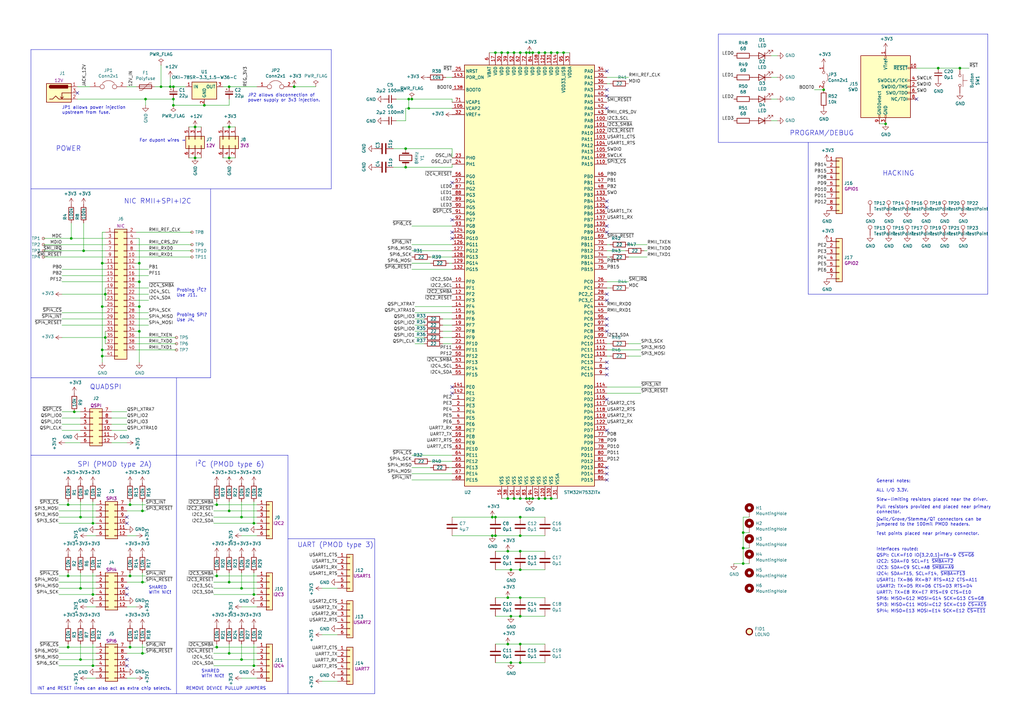
<source format=kicad_sch>
(kicad_sch (version 20230121) (generator eeschema)
  (paper "A3")
  (title_block (title "Gimlet-let addon thingy") (date "2021-04-21") (rev "1") (company "Oxide Computer Company"))
  (junction (at 43.18 120.65))
  (junction (at 93.98 209.55))
  (junction (at 203.2 21.59))
  (junction (at 304.8 218.44))
  (junction (at 71.12 35.56))
  (junction (at 209.55 271.78))
  (junction (at 218.44 21.59))
  (junction (at 41.91 125.73))
  (junction (at 213.36 271.78))
  (junction (at 30.48 168.91))
  (junction (at 38.1 214.63))
  (junction (at 27.94 265.43))
  (junction (at 57.15 125.73))
  (junction (at 57.15 107.95))
  (junction (at 213.36 212.09))
  (junction (at 71.12 40.64))
  (junction (at 208.28 226.06))
  (junction (at 213.36 252.73))
  (junction (at 80.01 52.07))
  (junction (at 215.9 21.59))
  (junction (at 208.28 264.16))
  (junction (at 218.44 204.47))
  (junction (at 217.17 204.47))
  (junction (at 41.91 107.95))
  (junction (at 393.7 27.94))
  (junction (at 93.98 35.56))
  (junction (at 210.82 204.47))
  (junction (at 33.02 212.09))
  (junction (at 27.94 207.01))
  (junction (at 93.98 267.97))
  (junction (at 53.34 265.43))
  (junction (at 203.2 219.71))
  (junction (at 104.14 273.05))
  (junction (at 41.91 143.51))
  (junction (at 41.91 146.05))
  (junction (at 304.8 231.14))
  (junction (at 304.8 224.79))
  (junction (at 208.28 21.59))
  (junction (at 58.42 267.97))
  (junction (at 93.98 64.77))
  (junction (at 337.82 36.83))
  (junction (at 220.98 204.47))
  (junction (at 213.36 21.59))
  (junction (at 33.02 241.3))
  (junction (at 226.06 21.59))
  (junction (at 80.01 64.77))
  (junction (at 34.29 102.87))
  (junction (at 213.36 204.47))
  (junction (at 384.81 27.94))
  (junction (at 226.06 204.47))
  (junction (at 57.15 135.89))
  (junction (at 38.1 273.05))
  (junction (at 33.02 270.51))
  (junction (at 53.34 207.01))
  (junction (at 208.28 245.11))
  (junction (at 168.91 40.64))
  (junction (at 88.9 207.01))
  (junction (at 99.06 270.51))
  (junction (at 66.04 35.56))
  (junction (at 43.18 138.43))
  (junction (at 88.9 265.43))
  (junction (at 215.9 204.47))
  (junction (at 93.98 52.07))
  (junction (at 69.85 35.56))
  (junction (at 166.37 68.58))
  (junction (at 210.82 21.59))
  (junction (at 104.14 214.63))
  (junction (at 209.55 252.73))
  (junction (at 217.17 21.59))
  (junction (at 120.65 35.56))
  (junction (at 213.36 226.06))
  (junction (at 71.12 43.18))
  (junction (at 27.94 236.22))
  (junction (at 83.82 43.18))
  (junction (at 57.15 115.57))
  (junction (at 166.37 60.96))
  (junction (at 201.93 219.71))
  (junction (at 53.34 236.22))
  (junction (at 228.6 21.59))
  (junction (at 213.36 233.68))
  (junction (at 58.42 209.55))
  (junction (at 213.36 219.71))
  (junction (at 203.2 212.09))
  (junction (at 99.06 241.3))
  (junction (at 99.06 212.09))
  (junction (at 223.52 21.59))
  (junction (at 201.93 212.09))
  (junction (at 208.28 204.47))
  (junction (at 104.14 243.84))
  (junction (at 223.52 204.47))
  (junction (at 93.98 238.76))
  (junction (at 29.21 97.79))
  (junction (at 167.64 40.64))
  (junction (at 88.9 236.22))
  (junction (at 59.69 40.64))
  (junction (at 38.1 243.84))
  (junction (at 220.98 21.59))
  (junction (at 205.74 21.59))
  (junction (at 58.42 238.76))
  (junction (at 167.64 44.45))
  (junction (at 363.22 50.8))
  (junction (at 213.36 264.16))
  (junction (at 209.55 233.68))
  (junction (at 231.14 21.59))
  (junction (at 213.36 245.11))
  (no_connect (at 31.75 38.1))
  (no_connect (at 52.07 270.51))
  (no_connect (at 248.92 123.19))
  (no_connect (at 248.92 176.53))
  (no_connect (at 248.92 44.45))
  (no_connect (at 248.92 85.09))
  (no_connect (at 248.92 39.37))
  (no_connect (at 248.92 120.65))
  (no_connect (at 52.07 214.63))
  (no_connect (at 185.42 90.17))
  (no_connect (at 248.92 36.83))
  (no_connect (at 185.42 158.75))
  (no_connect (at 248.92 163.83))
  (no_connect (at 248.92 151.13))
  (no_connect (at 248.92 153.67))
  (no_connect (at 248.92 82.55))
  (no_connect (at 248.92 196.85))
  (no_connect (at 185.42 97.79))
  (no_connect (at 248.92 194.31))
  (no_connect (at 248.92 148.59))
  (no_connect (at 52.07 243.84))
  (no_connect (at 52.07 212.09))
  (no_connect (at 185.42 95.25))
  (no_connect (at 52.07 241.3))
  (no_connect (at 248.92 29.21))
  (no_connect (at 185.42 161.29))
  (no_connect (at 375.92 40.64))
  (no_connect (at 248.92 133.35))
  (no_connect (at 248.92 135.89))
  (no_connect (at 248.92 191.77))
  (no_connect (at 52.07 273.05))
  (no_connect (at 248.92 92.71))
  (no_connect (at 248.92 130.81))
  (no_connect (at 185.42 74.93))
  (no_connect (at 248.92 95.25))
  (wire (pts (xy 93.98 64.77) (xy 96.52 64.77)))
  (polyline (pts (xy 153.67 220.98) (xy 153.67 284.48)))
  (wire (pts (xy 363.22 50.8) (xy 360.68 50.8)))
  (wire (pts (xy 53.34 207.01) (xy 59.69 207.01)))
  (wire (pts (xy 43.18 120.65) (xy 43.18 123.19)))
  (wire (pts (xy 87.63 241.3) (xy 99.06 241.3)))
  (polyline (pts (xy 294.64 13.97) (xy 405.13 13.97)))
  (wire (pts (xy 168.91 100.33) (xy 185.42 100.33)))
  (wire (pts (xy 58.42 209.55) (xy 52.07 209.55)))
  (wire (pts (xy 35.56 248.92) (xy 39.37 248.92)))
  (wire (pts (xy 213.36 245.11) (xy 223.52 245.11)))
  (wire (pts (xy 185.42 68.58) (xy 166.37 68.58)))
  (polyline (pts (xy 294.64 58.42) (xy 294.64 13.97)))
  (wire (pts (xy 170.18 135.89) (xy 173.99 135.89)))
  (wire (pts (xy 59.69 40.64) (xy 71.12 40.64)))
  (wire (pts (xy 43.18 146.05) (xy 41.91 146.05)))
  (wire (pts (xy 218.44 21.59) (xy 220.98 21.59)))
  (wire (pts (xy 88.9 265.43) (xy 87.63 265.43)))
  (wire (pts (xy 87.63 273.05) (xy 104.14 273.05)))
  (wire (pts (xy 59.69 209.55) (xy 58.42 209.55)))
  (wire (pts (xy 200.66 21.59) (xy 203.2 21.59)))
  (wire (pts (xy 38.1 234.95) (xy 38.1 243.84)))
  (wire (pts (xy 38.1 214.63) (xy 39.37 214.63)))
  (wire (pts (xy 203.2 21.59) (xy 205.74 21.59)))
  (wire (pts (xy 17.78 100.33) (xy 43.18 100.33)))
  (wire (pts (xy 55.88 120.65) (xy 60.96 120.65)))
  (wire (pts (xy 213.36 264.16) (xy 223.52 264.16)))
  (wire (pts (xy 17.78 102.87) (xy 34.29 102.87)))
  (wire (pts (xy 91.44 64.77) (xy 93.98 64.77)))
  (wire (pts (xy 53.34 234.95) (xy 53.34 236.22)))
  (wire (pts (xy 93.98 35.56) (xy 91.44 35.56)))
  (wire (pts (xy 25.4 138.43) (xy 43.18 138.43)))
  (wire (pts (xy 168.91 110.49) (xy 185.42 110.49)))
  (wire (pts (xy 93.98 52.07) (xy 96.52 52.07)))
  (wire (pts (xy 167.64 40.64) (xy 168.91 40.64)))
  (wire (pts (xy 257.81 105.41) (xy 265.43 105.41)))
  (wire (pts (xy 93.98 209.55) (xy 105.41 209.55)))
  (wire (pts (xy 52.07 265.43) (xy 53.34 265.43)))
  (wire (pts (xy 55.88 105.41) (xy 78.74 105.41)))
  (wire (pts (xy 55.88 130.81) (xy 60.96 130.81)))
  (wire (pts (xy 203.2 245.11) (xy 208.28 245.11)))
  (wire (pts (xy 45.72 173.99) (xy 52.07 173.99)))
  (wire (pts (xy 43.18 125.73) (xy 41.91 125.73)))
  (wire (pts (xy 181.61 140.97) (xy 185.42 140.97)))
  (wire (pts (xy 33.02 264.16) (xy 33.02 270.51)))
  (wire (pts (xy 304.8 212.09) (xy 304.8 218.44)))
  (wire (pts (xy 43.18 97.79) (xy 29.21 97.79)))
  (wire (pts (xy 25.4 173.99) (xy 33.02 173.99)))
  (wire (pts (xy 25.4 130.81) (xy 43.18 130.81)))
  (wire (pts (xy 209.55 233.68) (xy 203.2 233.68)))
  (wire (pts (xy 185.42 128.27) (xy 170.18 128.27)))
  (wire (pts (xy 208.28 204.47) (xy 210.82 204.47)))
  (wire (pts (xy 52.07 176.53) (xy 45.72 176.53)))
  (wire (pts (xy 304.8 231.14) (xy 300.99 231.14)))
  (wire (pts (xy 384.81 27.94) (xy 375.92 27.94)))
  (wire (pts (xy 170.18 133.35) (xy 173.99 133.35)))
  (wire (pts (xy 228.6 21.59) (xy 231.14 21.59)))
  (wire (pts (xy 250.19 100.33) (xy 248.92 100.33)))
  (wire (pts (xy 223.52 233.68) (xy 213.36 233.68)))
  (wire (pts (xy 166.37 44.45) (xy 166.37 49.53)))
  (wire (pts (xy 55.88 110.49) (xy 60.96 110.49)))
  (wire (pts (xy 203.2 264.16) (xy 208.28 264.16)))
  (wire (pts (xy 57.15 125.73) (xy 55.88 125.73)))
  (polyline (pts (xy 12.7 284.48) (xy 153.67 284.48)))
  (wire (pts (xy 205.74 21.59) (xy 208.28 21.59)))
  (wire (pts (xy 57.15 135.89) (xy 55.88 135.89)))
  (wire (pts (xy 34.29 91.44) (xy 34.29 102.87)))
  (polyline (pts (xy 72.39 154.94) (xy 72.39 284.48)))
  (wire (pts (xy 162.56 40.64) (xy 167.64 40.64)))
  (wire (pts (xy 316.23 31.75) (xy 318.77 31.75)))
  (wire (pts (xy 185.42 67.31) (xy 185.42 68.58)))
  (wire (pts (xy 215.9 204.47) (xy 217.17 204.47)))
  (wire (pts (xy 226.06 21.59) (xy 228.6 21.59)))
  (wire (pts (xy 30.48 168.91) (xy 33.02 168.91)))
  (wire (pts (xy 104.14 264.16) (xy 104.14 273.05)))
  (wire (pts (xy 168.91 40.64) (xy 185.42 40.64)))
  (wire (pts (xy 168.91 92.71) (xy 185.42 92.71)))
  (wire (pts (xy 185.42 212.09) (xy 201.93 212.09)))
  (wire (pts (xy 185.42 219.71) (xy 201.93 219.71)))
  (wire (pts (xy 45.72 171.45) (xy 52.07 171.45)))
  (wire (pts (xy 167.64 44.45) (xy 166.37 44.45)))
  (wire (pts (xy 69.85 31.75) (xy 69.85 35.56)))
  (wire (pts (xy 393.7 27.94) (xy 384.81 27.94)))
  (wire (pts (xy 55.88 115.57) (xy 57.15 115.57)))
  (wire (pts (xy 307.34 218.44) (xy 304.8 218.44)))
  (wire (pts (xy 104.14 243.84) (xy 105.41 243.84)))
  (wire (pts (xy 55.88 138.43) (xy 72.39 138.43)))
  (wire (pts (xy 181.61 138.43) (xy 185.42 138.43)))
  (wire (pts (xy 58.42 234.95) (xy 58.42 238.76)))
  (wire (pts (xy 38.1 264.16) (xy 38.1 273.05)))
  (wire (pts (xy 43.18 138.43) (xy 43.18 135.89)))
  (wire (pts (xy 99.06 212.09) (xy 105.41 212.09)))
  (polyline (pts (xy 86.36 77.47) (xy 86.36 154.94)))
  (wire (pts (xy 105.41 35.56) (xy 93.98 35.56)))
  (wire (pts (xy 27.94 207.01) (xy 39.37 207.01)))
  (wire (pts (xy 168.91 196.85) (xy 185.42 196.85)))
  (wire (pts (xy 93.98 267.97) (xy 105.41 267.97)))
  (polyline (pts (xy 135.89 20.32) (xy 12.7 20.32)))
  (wire (pts (xy 83.82 43.18) (xy 71.12 43.18)))
  (wire (pts (xy 55.88 248.92) (xy 52.07 248.92)))
  (polyline (pts (xy 12.7 186.69) (xy 118.11 186.69)))
  (wire (pts (xy 304.8 231.14) (xy 307.34 231.14)))
  (wire (pts (xy 129.54 35.56) (xy 120.65 35.56)))
  (wire (pts (xy 226.06 204.47) (xy 228.6 204.47)))
  (wire (pts (xy 250.19 118.11) (xy 248.92 118.11)))
  (wire (pts (xy 257.81 140.97) (xy 262.89 140.97)))
  (wire (pts (xy 170.18 130.81) (xy 173.99 130.81)))
  (wire (pts (xy 57.15 107.95) (xy 57.15 115.57)))
  (polyline (pts (xy 118.11 186.69) (xy 118.11 284.48)))
  (wire (pts (xy 53.34 264.16) (xy 53.34 265.43)))
  (wire (pts (xy 104.14 205.74) (xy 104.14 214.63)))
  (wire (pts (xy 210.82 204.47) (xy 213.36 204.47)))
  (wire (pts (xy 24.13 267.97) (xy 39.37 267.97)))
  (wire (pts (xy 55.88 133.35) (xy 60.96 133.35)))
  (wire (pts (xy 76.2 35.56) (xy 71.12 35.56)))
  (wire (pts (xy 304.8 224.79) (xy 304.8 231.14)))
  (wire (pts (xy 223.52 271.78) (xy 213.36 271.78)))
  (wire (pts (xy 26.67 181.61) (xy 33.02 181.61)))
  (wire (pts (xy 181.61 135.89) (xy 185.42 135.89)))
  (wire (pts (xy 87.63 267.97) (xy 93.98 267.97)))
  (wire (pts (xy 213.36 271.78) (xy 209.55 271.78)))
  (wire (pts (xy 185.42 64.77) (xy 185.42 60.96)))
  (wire (pts (xy 170.18 138.43) (xy 173.99 138.43)))
  (wire (pts (xy 17.78 105.41) (xy 43.18 105.41)))
  (wire (pts (xy 248.92 105.41) (xy 250.19 105.41)))
  (wire (pts (xy 55.88 113.03) (xy 60.96 113.03)))
  (wire (pts (xy 203.2 226.06) (xy 208.28 226.06)))
  (wire (pts (xy 57.15 125.73) (xy 57.15 135.89)))
  (wire (pts (xy 55.88 102.87) (xy 78.74 102.87)))
  (wire (pts (xy 58.42 205.74) (xy 58.42 209.55)))
  (wire (pts (xy 53.34 265.43) (xy 59.69 265.43)))
  (wire (pts (xy 35.56 219.71) (xy 39.37 219.71)))
  (wire (pts (xy 66.04 26.67) (xy 66.04 35.56)))
  (wire (pts (xy 88.9 236.22) (xy 87.63 236.22)))
  (wire (pts (xy 397.51 27.94) (xy 393.7 27.94)))
  (wire (pts (xy 87.63 270.51) (xy 99.06 270.51)))
  (wire (pts (xy 104.14 273.05) (xy 105.41 273.05)))
  (wire (pts (xy 88.9 264.16) (xy 88.9 265.43)))
  (wire (pts (xy 43.18 143.51) (xy 41.91 143.51)))
  (wire (pts (xy 93.98 43.18) (xy 93.98 40.64)))
  (wire (pts (xy 88.9 207.01) (xy 87.63 207.01)))
  (wire (pts (xy 27.94 264.16) (xy 27.94 265.43)))
  (wire (pts (xy 99.06 248.92) (xy 105.41 248.92)))
  (wire (pts (xy 208.28 226.06) (xy 213.36 226.06)))
  (wire (pts (xy 24.13 265.43) (xy 27.94 265.43)))
  (wire (pts (xy 213.36 226.06) (xy 223.52 226.06)))
  (wire (pts (xy 168.91 194.31) (xy 185.42 194.31)))
  (wire (pts (xy 185.42 60.96) (xy 166.37 60.96)))
  (wire (pts (xy 71.12 43.18) (xy 71.12 40.64)))
  (wire (pts (xy 217.17 21.59) (xy 218.44 21.59)))
  (wire (pts (xy 27.94 234.95) (xy 27.94 236.22)))
  (wire (pts (xy 88.9 234.95) (xy 88.9 236.22)))
  (wire (pts (xy 77.47 64.77) (xy 80.01 64.77)))
  (wire (pts (xy 248.92 158.75) (xy 262.89 158.75)))
  (wire (pts (xy 99.06 205.74) (xy 99.06 212.09)))
  (wire (pts (xy 181.61 130.81) (xy 185.42 130.81)))
  (wire (pts (xy 132.08 260.35) (xy 138.43 260.35)))
  (wire (pts (xy 208.28 245.11) (xy 213.36 245.11)))
  (wire (pts (xy 87.63 243.84) (xy 104.14 243.84)))
  (wire (pts (xy 93.98 264.16) (xy 93.98 267.97)))
  (wire (pts (xy 318.77 49.53) (xy 316.23 49.53)))
  (wire (pts (xy 41.91 146.05) (xy 41.91 148.59)))
  (wire (pts (xy 87.63 214.63) (xy 104.14 214.63)))
  (wire (pts (xy 41.91 143.51) (xy 41.91 146.05)))
  (wire (pts (xy 93.98 234.95) (xy 93.98 238.76)))
  (wire (pts (xy 203.2 212.09) (xy 213.36 212.09)))
  (wire (pts (xy 248.92 146.05) (xy 250.19 146.05)))
  (wire (pts (xy 316.23 40.64) (xy 318.77 40.64)))
  (wire (pts (xy 168.91 191.77) (xy 176.53 191.77)))
  (wire (pts (xy 132.08 279.4) (xy 138.43 279.4)))
  (wire (pts (xy 24.13 273.05) (xy 38.1 273.05)))
  (wire (pts (xy 52.07 207.01) (xy 53.34 207.01)))
  (wire (pts (xy 99.06 270.51) (xy 105.41 270.51)))
  (wire (pts (xy 41.91 107.95) (xy 41.91 125.73)))
  (polyline (pts (xy 405.13 58.42) (xy 294.64 58.42)))
  (wire (pts (xy 55.88 118.11) (xy 60.96 118.11)))
  (wire (pts (xy 53.34 236.22) (xy 59.69 236.22)))
  (wire (pts (xy 55.88 128.27) (xy 60.96 128.27)))
  (wire (pts (xy 80.01 64.77) (xy 82.55 64.77)))
  (wire (pts (xy 213.36 233.68) (xy 209.55 233.68)))
  (wire (pts (xy 264.16 102.87) (xy 265.43 102.87)))
  (wire (pts (xy 185.42 40.64) (xy 185.42 41.91)))
  (wire (pts (xy 38.1 243.84) (xy 39.37 243.84)))
  (wire (pts (xy 59.69 238.76) (xy 58.42 238.76)))
  (wire (pts (xy 99.06 234.95) (xy 99.06 241.3)))
  (wire (pts (xy 25.4 113.03) (xy 43.18 113.03)))
  (wire (pts (xy 201.93 212.09) (xy 203.2 212.09)))
  (wire (pts (xy 167.64 40.64) (xy 167.64 44.45)))
  (wire (pts (xy 57.15 97.79) (xy 57.15 107.95)))
  (wire (pts (xy 185.42 44.45) (xy 167.64 44.45)))
  (wire (pts (xy 24.13 238.76) (xy 39.37 238.76)))
  (wire (pts (xy 210.82 21.59) (xy 213.36 21.59)))
  (wire (pts (xy 220.98 204.47) (xy 223.52 204.47)))
  (wire (pts (xy 29.21 91.44) (xy 29.21 97.79)))
  (wire (pts (xy 25.4 128.27) (xy 43.18 128.27)))
  (wire (pts (xy 161.29 60.96) (xy 166.37 60.96)))
  (wire (pts (xy 38.1 273.05) (xy 39.37 273.05)))
  (wire (pts (xy 31.75 40.64) (xy 59.69 40.64)))
  (wire (pts (xy 27.94 236.22) (xy 39.37 236.22)))
  (wire (pts (xy 203.2 219.71) (xy 201.93 219.71)))
  (wire (pts (xy 55.88 100.33) (xy 78.74 100.33)))
  (wire (pts (xy 87.63 238.76) (xy 93.98 238.76)))
  (wire (pts (xy 77.47 52.07) (xy 80.01 52.07)))
  (wire (pts (xy 59.69 267.97) (xy 58.42 267.97)))
  (wire (pts (xy 105.41 207.01) (xy 88.9 207.01)))
  (wire (pts (xy 24.13 241.3) (xy 33.02 241.3)))
  (wire (pts (xy 33.02 212.09) (xy 39.37 212.09)))
  (wire (pts (xy 55.88 278.13) (xy 52.07 278.13)))
  (wire (pts (xy 215.9 21.59) (xy 217.17 21.59)))
  (wire (pts (xy 213.36 252.73) (xy 209.55 252.73)))
  (wire (pts (xy 57.15 115.57) (xy 57.15 125.73)))
  (wire (pts (xy 41.91 107.95) (xy 43.18 107.95)))
  (wire (pts (xy 33.02 205.74) (xy 33.02 212.09)))
  (wire (pts (xy 316.23 22.86) (xy 318.77 22.86)))
  (wire (pts (xy 45.72 168.91) (xy 52.07 168.91)))
  (wire (pts (xy 208.28 21.59) (xy 210.82 21.59)))
  (wire (pts (xy 58.42 238.76) (xy 52.07 238.76)))
  (wire (pts (xy 24.13 214.63) (xy 38.1 214.63)))
  (wire (pts (xy 87.63 209.55) (xy 93.98 209.55)))
  (polyline (pts (xy 331.47 120.65) (xy 405.13 120.65)))
  (wire (pts (xy 161.29 68.58) (xy 166.37 68.58)))
  (wire (pts (xy 24.13 209.55) (xy 39.37 209.55)))
  (wire (pts (xy 184.15 191.77) (xy 185.42 191.77)))
  (wire (pts (xy 105.41 265.43) (xy 88.9 265.43)))
  (wire (pts (xy 57.15 107.95) (xy 55.88 107.95)))
  (wire (pts (xy 220.98 21.59) (xy 223.52 21.59)))
  (wire (pts (xy 99.06 278.13) (xy 105.41 278.13)))
  (wire (pts (xy 55.88 95.25) (xy 78.74 95.25)))
  (polyline (pts (xy 118.11 220.98) (xy 153.67 220.98)))
  (polyline (pts (xy 12.7 77.47) (xy 135.89 77.47)))
  (wire (pts (xy 66.04 35.56) (xy 69.85 35.56)))
  (polyline (pts (xy 405.13 13.97) (xy 405.13 120.65)))
  (wire (pts (xy 257.81 115.57) (xy 248.92 115.57)))
  (wire (pts (xy 132.08 241.3) (xy 138.43 241.3)))
  (polyline (pts (xy 12.7 154.94) (xy 86.36 154.94)))
  (wire (pts (xy 52.07 236.22) (xy 53.34 236.22)))
  (wire (pts (xy 209.55 252.73) (xy 203.2 252.73)))
  (polyline (pts (xy 331.47 58.42) (xy 331.47 120.65)))
  (wire (pts (xy 41.91 95.25) (xy 41.91 107.95)))
  (wire (pts (xy 168.91 107.95) (xy 176.53 107.95)))
  (wire (pts (xy 213.36 212.09) (xy 223.52 212.09)))
  (wire (pts (xy 181.61 133.35) (xy 185.42 133.35)))
  (wire (pts (xy 59.69 43.18) (xy 59.69 40.64)))
  (wire (pts (xy 248.92 140.97) (xy 250.19 140.97)))
  (wire (pts (xy 27.94 265.43) (xy 39.37 265.43)))
  (wire (pts (xy 41.91 125.73) (xy 41.91 143.51)))
  (wire (pts (xy 43.18 95.25) (xy 41.91 95.25)))
  (wire (pts (xy 57.15 135.89) (xy 57.15 148.59)))
  (wire (pts (xy 24.13 243.84) (xy 38.1 243.84)))
  (wire (pts (xy 248.92 143.51) (xy 262.89 143.51)))
  (wire (pts (xy 33.02 270.51) (xy 39.37 270.51)))
  (wire (pts (xy 104.14 214.63) (xy 105.41 214.63)))
  (wire (pts (xy 170.18 140.97) (xy 173.99 140.97)))
  (wire (pts (xy 209.55 271.78) (xy 203.2 271.78)))
  (wire (pts (xy 250.19 34.29) (xy 248.92 34.29)))
  (wire (pts (xy 182.88 31.75) (xy 185.42 31.75)))
  (wire (pts (xy 248.92 161.29) (xy 262.89 161.29)))
  (wire (pts (xy 24.13 236.22) (xy 27.94 236.22)))
  (wire (pts (xy 257.81 146.05) (xy 262.89 146.05)))
  (wire (pts (xy 248.92 102.87) (xy 256.54 102.87)))
  (wire (pts (xy 213.36 219.71) (xy 203.2 219.71)))
  (wire (pts (xy 33.02 234.95) (xy 33.02 241.3)))
  (wire (pts (xy 168.91 186.69) (xy 185.42 186.69)))
  (wire (pts (xy 166.37 49.53) (xy 162.56 49.53)))
  (polyline (pts (xy 12.7 20.32) (xy 12.7 284.48)))
  (wire (pts (xy 25.4 110.49) (xy 43.18 110.49)))
  (wire (pts (xy 257.81 100.33) (xy 265.43 100.33)))
  (wire (pts (xy 58.42 267.97) (xy 52.07 267.97)))
  (wire (pts (xy 213.36 204.47) (xy 215.9 204.47)))
  (wire (pts (xy 205.74 204.47) (xy 208.28 204.47)))
  (wire (pts (xy 80.01 52.07) (xy 82.55 52.07)))
  (wire (pts (xy 27.94 205.74) (xy 27.94 207.01)))
  (wire (pts (xy 52.07 35.56) (xy 55.88 35.56)))
  (wire (pts (xy 53.34 205.74) (xy 53.34 207.01)))
  (wire (pts (xy 217.17 204.47) (xy 218.44 204.47)))
  (wire (pts (xy 25.4 168.91) (xy 30.48 168.91)))
  (wire (pts (xy 33.02 241.3) (xy 39.37 241.3)))
  (wire (pts (xy 304.8 218.44) (xy 304.8 224.79)))
  (wire (pts (xy 185.42 125.73) (xy 170.18 125.73)))
  (wire (pts (xy 24.13 207.01) (xy 27.94 207.01)))
  (wire (pts (xy 25.4 176.53) (xy 33.02 176.53)))
  (wire (pts (xy 307.34 212.09) (xy 304.8 212.09)))
  (wire (pts (xy 55.88 143.51) (xy 72.39 143.51)))
  (wire (pts (xy 63.5 35.56) (xy 66.04 35.56)))
  (wire (pts (xy 88.9 205.74) (xy 88.9 207.01)))
  (wire (pts (xy 334.01 36.83) (xy 337.82 36.83)))
  (wire (pts (xy 31.75 35.56) (xy 36.83 35.56)))
  (wire (pts (xy 218.44 204.47) (xy 220.98 204.47)))
  (wire (pts (xy 184.15 107.95) (xy 185.42 107.95)))
  (wire (pts (xy 55.88 219.71) (xy 52.07 219.71)))
  (wire (pts (xy 52.07 181.61) (xy 45.72 181.61)))
  (wire (pts (xy 87.63 212.09) (xy 99.06 212.09)))
  (wire (pts (xy 208.28 264.16) (xy 213.36 264.16)))
  (wire (pts (xy 213.36 21.59) (xy 215.9 21.59)))
  (wire (pts (xy 38.1 205.74) (xy 38.1 214.63)))
  (wire (pts (xy 58.42 264.16) (xy 58.42 267.97)))
  (wire (pts (xy 17.78 97.79) (xy 29.21 97.79)))
  (wire (pts (xy 307.34 224.79) (xy 304.8 224.79)))
  (wire (pts (xy 223.52 252.73) (xy 213.36 252.73)))
  (wire (pts (xy 223.52 204.47) (xy 226.06 204.47)))
  (wire (pts (xy 223.52 21.59) (xy 226.06 21.59)))
  (wire (pts (xy 25.4 133.35) (xy 43.18 133.35)))
  (wire (pts (xy 99.06 241.3) (xy 105.41 241.3)))
  (wire (pts (xy 168.91 102.87) (xy 185.42 102.87)))
  (wire (pts (xy 223.52 219.71) (xy 213.36 219.71)))
  (wire (pts (xy 69.85 35.56) (xy 71.12 35.56)))
  (wire (pts (xy 25.4 120.65) (xy 43.18 120.65)))
  (wire (pts (xy 91.44 52.07) (xy 93.98 52.07)))
  (wire (pts (xy 231.14 21.59) (xy 233.68 21.59)))
  (wire (pts (xy 55.88 140.97) (xy 72.39 140.97)))
  (wire (pts (xy 257.81 31.75) (xy 248.92 31.75)))
  (wire (pts (xy 24.13 212.09) (xy 33.02 212.09)))
  (wire (pts (xy 34.29 102.87) (xy 43.18 102.87)))
  (wire (pts (xy 25.4 171.45) (xy 33.02 171.45)))
  (wire (pts (xy 99.06 219.71) (xy 105.41 219.71)))
  (wire (pts (xy 176.53 105.41) (xy 185.42 105.41)))
  (wire (pts (xy 93.98 238.76) (xy 105.41 238.76)))
  (wire (pts (xy 83.82 43.18) (xy 93.98 43.18)))
  (wire (pts (xy 176.53 189.23) (xy 185.42 189.23)))
  (wire (pts (xy 105.41 236.22) (xy 88.9 236.22)))
  (wire (pts (xy 43.18 118.11) (xy 43.18 120.65)))
  (wire (pts (xy 43.18 140.97) (xy 43.18 138.43)))
  (wire (pts (xy 55.88 97.79) (xy 57.15 97.79)))
  (wire (pts (xy 99.06 264.16) (xy 99.06 270.51)))
  (polyline (pts (xy 135.89 77.47) (xy 135.89 20.32)))
  (wire (pts (xy 55.88 123.19) (xy 60.96 123.19)))
  (wire (pts (xy 25.4 115.57) (xy 43.18 115.57)))
  (wire (pts (xy 104.14 234.95) (xy 104.14 243.84)))
  (wire (pts (xy 24.13 270.51) (xy 33.02 270.51)))
  (wire (pts (xy 35.56 278.13) (xy 39.37 278.13)))
  (wire (pts (xy 93.98 205.74) (xy 93.98 209.55)))
  (text "POWER" (at 22.86 62.23 0) (effects (font (size 2.0066 2.0066)) (justify left bottom)))
  (text "SPI4: MISO=E13 MOSI=E14 SCK=E12 ~{CS=E11}" (at 359.41 251.46 0) (effects (font (size 1.27 1.27)) (justify left bottom)))
  (text "Probing I²C?\nUse J11." (at 72.39 121.92 0) (effects (font (size 1.27 1.27)) (justify left bottom)))
  (text "Slew-limiting resistors placed near the driver." (at 359.41 205.74 0) (effects (font (size 1.27 1.27)) (justify left bottom)))
  (text "SPI (PMOD type 2A)" (at 31.75 191.77 0) (effects (font (size 2.0066 2.0066)) (justify left bottom)))
  (text "JP2 allows disconnection of\npower supply or 3v3 injection." (at 101.6 41.91 0) (effects (font (size 1.27 1.27)) (justify left bottom)))
  (text "QUADSPI" (at 36.83 160.02 0) (effects (font (size 2.0066 2.0066)) (justify left bottom)))
  (text "JP1 allows power injection\nupstream from fuse." (at 25.4 46.99 0) (effects (font (size 1.27 1.27)) (justify left bottom)))
  (text "Test points placed near primary connector." (at 359.41 219.71 0) (effects (font (size 1.27 1.27)) (justify left bottom)))
  (text "ALL I/O 3.3V." (at 359.41 201.93 0) (effects (font (size 1.27 1.27)) (justify left bottom)))
  (text "SHARED\nWITH NIC!" (at 60.96 243.84 0) (effects (font (size 1.27 1.27)) (justify left bottom)))
  (text "REMOVE DEVICE PULLUP JUMPERS" (at 76.2 283.21 0) (effects (font (size 1.27 1.27)) (justify left bottom)))
  (text "Pull resistors provided and placed near primary\nconnector." (at 359.41 210.82 0) (effects (font (size 1.27 1.27)) (justify left bottom)))
  (text "Qwiic/Grove/Stemma/QT connectors can be\njumpered to the 100mil PMOD headers." (at 359.41 215.9 0) (effects (font (size 1.27 1.27)) (justify left bottom)))
  (text "I2C3: SDA=C9 SCL=A8 ~{SMBA=A9}" (at 359.41 233.68 0) (effects (font (size 1.27 1.27)) (justify left bottom)))
  (text "SPI6: MISO=G12 MOSI=G14 SCK=G13 CS=G8" (at 359.41 246.38 0) (effects (font (size 1.27 1.27)) (justify left bottom)))
  (text "Probing SPI?\nUse J4." (at 72.39 132.08 0) (effects (font (size 1.27 1.27)) (justify left bottom)))
  (text "SPI3: MISO=C11 MOSI=C12 SCK=C10 ~{CS=A15}" (at 359.41 248.92 0) (effects (font (size 1.27 1.27)) (justify left bottom)))
  (text "SHARED\nWITH NIC!" (at 82.55 278.13 0) (effects (font (size 1.27 1.27)) (justify left bottom)))
  (text "QSPI: CLK=F10 IO{3,2,0,1}=F6-9 ~{CS=G6}" (at 359.41 228.6 0) (effects (font (size 1.27 1.27)) (justify left bottom)))
  (text "INT and RESET lines can also act as extra chip selects." (at 15.24 283.21 0) (effects (font (size 1.27 1.27)) (justify left bottom)))
  (text "I2C4: SDA=F15, SCL=F14, ~{SMBA=F13}" (at 359.41 236.22 0) (effects (font (size 1.27 1.27)) (justify left bottom)))
  (text "I²C (PMOD type 6)" (at 80.01 191.77 0) (effects (font (size 2.0066 2.0066)) (justify left bottom)))
  (text "UART (PMOD type 3)" (at 121.92 224.79 0) (effects (font (size 2.0066 2.0066)) (justify left bottom)))
  (text "USART2: TX=D5 RX=D6 CTS=D3 RTS=D4" (at 359.41 241.3 0) (effects (font (size 1.27 1.27)) (justify left bottom)))
  (text "USART1: TX=B6 RX=B7 RTS=A12 CTS=A11" (at 359.41 238.76 0) (effects (font (size 1.27 1.27)) (justify left bottom)))
  (text "NIC RMII+SPI+I2C" (at 50.8 83.82 0) (effects (font (size 2.0066 2.0066)) (justify left bottom)))
  (text "Interfaces routed:" (at 359.41 226.06 0) (effects (font (size 1.27 1.27)) (justify left bottom)))
  (text "For dupont wires →" (at 57.15 58.42 0) (effects (font (size 1.27 1.27)) (justify left bottom)))
  (text "HACKING" (at 361.95 72.39 0) (effects (font (size 2.0066 2.0066)) (justify left bottom)))
  (text "General notes:" (at 359.41 198.12 0) (effects (font (size 1.27 1.27)) (justify left bottom)))
  (text "PROGRAM/DEBUG" (at 323.85 55.88 0) (effects (font (size 2.0066 2.0066)) (justify left bottom)))
  (text "I2C2: SDA=F0 SCL=F1 ~{SMBA=F2}" (at 359.41 231.14 0) (effects (font (size 1.27 1.27)) (justify left bottom)))
  (text "UART7: TX=E8 RX=E7 RTS=E9 CTS=E10" (at 359.41 243.84 0) (effects (font (size 1.27 1.27)) (justify left bottom)))
  (label "~{RST}" (at 397.51 27.94 0))
  (label "QSPI_IO1" (at 170.18 138.43 180))
  (label "BOOT0" (at 334.01 36.83 180))
  (label "QSPI_CLK" (at 170.18 140.97 180))
  (label "PE5" (at 339.09 109.22 180))
  (label "~{SPI3_RESET}" (at 262.89 161.29 0))
  (label "PB0" (at 248.92 72.39 0))
  (label "~{SPI4_RESET}" (at 59.69 238.76 0))
  (label "PF11" (at 185.42 143.51 180))
  (label "SPI6_MOSI" (at 168.91 107.95 180))
  (label "PE2" (at 339.09 101.6 180))
  (label "LED1" (at 300.99 31.75 180))
  (label "I2C3_SCL" (at 87.63 241.3 180))
  (label "12V_IN" (at 54.61 35.56 90))
  (label "SPI3_MISO" (at 262.89 143.51 0))
  (label "QSPI_CLK" (at 25.4 176.53 180))
  (label "BOOT0" (at 185.42 36.83 180))
  (label "SPI3_SCK" (at 262.89 140.97 0))
  (label "PE4" (at 339.09 106.68 180))
  (label "PB0" (at 25.4 110.49 180))
  (label "USART1_RX" (at 138.43 233.68 180))
  (label "PF12" (at 25.4 115.57 180))
  (label "RMII_CRS_DV" (at 60.96 100.33 0))
  (label "OSC_IN" (at 185.42 64.77 180))
  (label "LED3" (at 185.42 85.09 180))
  (label "~{QSPI_CS}" (at 25.4 168.91 180))
  (label "UART7_CTS" (at 138.43 266.7 180))
  (label "USART1_TX" (at 138.43 231.14 180))
  (label "PB1" (at 60.96 110.49 0))
  (label "MDIO" (at 257.81 34.29 0))
  (label "~{SMI_RESET}" (at 248.92 41.91 0))
  (label "UART7_RTS" (at 138.43 274.32 180))
  (label "QSPI_XTRA7" (at 170.18 125.73 180))
  (label "RMII_RXD1" (at 248.92 128.27 0))
  (label "SWDIO" (at 375.92 35.56 0))
  (label "LED2" (at 300.99 40.64 180))
  (label "I2C3_SDA" (at 87.63 243.84 180))
  (label "PB1" (at 248.92 74.93 0))
  (label "QSPI_XTRA10" (at 170.18 128.27 180))
  (label "SPI4_MISO" (at 60.96 130.81 0))
  (label "PB2" (at 25.4 113.03 180))
  (label "SPI4_MOSI" (at 168.91 194.31 180))
  (label "QSPI_IO2" (at 170.18 133.35 180))
  (label "QSPI_IO3" (at 170.18 130.81 180))
  (label "~{SPI3_INT}" (at 262.89 158.75 0))
  (label "PD12" (at 339.09 83.82 180))
  (label "I2C2_SCL" (at 185.42 118.11 180))
  (label "SWDIO" (at 248.92 62.23 0))
  (label "I2C4_SCL" (at 87.63 270.51 180))
  (label "I2C4_SDA" (at 60.96 123.19 0))
  (label "SPI4_SCK" (at 60.96 128.27 0))
  (label "SWO" (at 248.92 80.01 0))
  (label "RMII_RXD0" (at 60.96 102.87 0))
  (label "~{QSPI_CS}" (at 185.42 87.63 180))
  (label "LED3" (at 300.99 49.53 180))
  (label "I2C2_SDA" (at 87.63 214.63 180))
  (label "RMII_TXD0" (at 60.96 140.97 0))
  (label "USART1_CTS" (at 248.92 57.15 0))
  (label "RMII_CRS_DV" (at 248.92 46.99 0))
  (label "QSPI_XTRA10" (at 52.07 176.53 0))
  (label "PD10" (at 248.92 184.15 0))
  (label "~{I2C3_SMBA}" (at 87.63 236.22 180))
  (label "~{SPI6_RESET}" (at 59.69 267.97 0))
  (label "USART1_TX" (at 248.92 87.63 0))
  (label "~{SMI_IRQ}" (at 25.4 102.87 180))
  (label "MDIO" (at 25.4 100.33 180))
  (label "~{I2C3_RESET}" (at 87.63 238.76 180))
  (label "~{SPI6_INT}" (at 59.69 265.43 0))
  (label "SWO" (at 375.92 38.1 0))
  (label "SPI6_SCK" (at 168.91 105.41 180))
  (label "UART7_RX" (at 185.42 176.53 180))
  (label "I2C3_SCL" (at 248.92 49.53 0))
  (label "PE3" (at 339.09 104.14 180))
  (label "USART1_CTS" (at 138.43 228.6 180))
  (label "QSPI_XTRA7" (at 52.07 168.91 0))
  (label "I2C4_SDA" (at 185.42 153.67 180))
  (label "~{I2C3_SMBA}" (at 248.92 52.07 0))
  (label "SPI4_MISO" (at 168.91 191.77 180))
  (label "PB14" (at 248.92 107.95 0))
  (label "PE6" (at 339.09 111.76 180))
  (label "SPI4_MOSI" (at 60.96 133.35 0))
  (label "~{I2C4_SMBA}" (at 185.42 148.59 180))
  (label "~{I2C2_RESET}" (at 87.63 209.55 180))
  (label "SPI3_MOSI" (at 262.89 146.05 0))
  (label "~{SPI6_RESET}" (at 168.91 110.49 180))
  (label "SWCLK" (at 248.92 64.77 0))
  (label "~{SPI4_CS}" (at 25.4 128.27 180))
  (label "JACK_12V" (at 35.56 35.56 90))
  (label "LED2" (at 185.42 82.55 180))
  (label "PE6" (at 185.42 173.99 180))
  (label "UART7_RX" (at 138.43 271.78 180))
  (label "PD11" (at 248.92 186.69 0))
  (label "USART1_RX" (at 248.92 90.17 0))
  (label "I2C2_SDA" (at 185.42 115.57 180))
  (label "SPI3_MOSI" (at 24.13 209.55 180))
  (label "USART1_RTS" (at 248.92 59.69 0))
  (label "~{I2C4_SMBA}" (at 87.63 265.43 180))
  (label "PD12" (at 248.92 189.23 0))
  (label "~{SPI3_RESET}" (at 59.69 209.55 0))
  (label "PE3" (at 185.42 166.37 180))
  (label "QSPI_IO2" (at 52.07 171.45 0))
  (label "PD8" (at 248.92 179.07 0))
  (label "~{I2C4_RESET}" (at 185.42 72.39 180))
  (label "USART2_TX" (at 138.43 250.19 180))
  (label "QSPI_IO0" (at 170.18 135.89 180))
  (label "~{SPI4_CS}" (at 24.13 236.22 180))
  (label "RMII_TXEN" (at 60.96 138.43 0))
  (label "I2C4_SCL" (at 60.96 120.65 0))
  (label "SPI6_MOSI" (at 24.13 267.97 180))
  (label "~{SPI4_RESET}" (at 25.4 133.35 180))
  (label "~{I2C3_RESET}" (at 248.92 54.61 0))
  (label "REG_3V3" (at 101.6 35.56 90))
  (label "PD10" (at 339.09 78.74 180))
  (label "USART2_RTS" (at 138.43 255.27 180))
  (label "~{I2C2_SMBA}" (at 87.63 207.01 180))
  (label "QSPI_IO0" (at 25.4 171.45 180))
  (label "~{I2C4_SMBA}" (at 60.96 118.11 0))
  (label "SPI6_MISO" (at 168.91 102.87 180))
  (label "~{SPI3_INT}" (at 59.69 207.01 0))
  (label "~{SPI4_INT}" (at 168.91 196.85 180))
  (label "UART7_RTS" (at 185.42 181.61 180))
  (label "~{SPI4_RESET}" (at 248.92 97.79 0))
  (label "USART2_TX" (at 248.92 171.45 0))
  (label "PB15" (at 339.09 71.12 180))
  (label "SPI3_SCK" (at 24.13 214.63 180))
  (label "~{RST}" (at 185.42 29.21 180))
  (label "USART2_RX" (at 248.92 173.99 0))
  (label "~{SPI4_INT}" (at 25.4 130.81 180))
  (label "PE5" (at 185.42 171.45 180))
  (label "PB14" (at 339.09 68.58 180))
  (label "UART7_TX" (at 185.42 179.07 180))
  (label "UART7_TX" (at 138.43 269.24 180))
  (label "PD9" (at 248.92 181.61 0))
  (label "RMII_REF_CLK" (at 257.81 31.75 0))
  (label "~{SPI4_INT}" (at 59.69 236.22 0))
  (label "LED0" (at 300.99 22.86 180))
  (label "SPI6_SCK" (at 24.13 273.05 180))
  (label "RMII_RXD0" (at 248.92 125.73 0))
  (label "SPI4_SCK" (at 168.91 189.23 180))
  (label "PD11" (at 339.09 81.28 180))
  (label "I2C2_SCL" (at 87.63 212.09 180))
  (label "LED0" (at 185.42 77.47 180))
  (label "USART2_CTS" (at 138.43 247.65 180))
  (label "~{SPI6_CS}" (at 24.13 265.43 180))
  (label "QSPI_IO1" (at 25.4 173.99 180))
  (label "RMII_TXD1" (at 265.43 105.41 0))
  (label "I2C4_SDA" (at 87.63 273.05 180))
  (label "USART2_RX" (at 138.43 252.73 180))
  (label "~{SPI3_CS}" (at 248.92 67.31 0))
  (label "RMII_TXEN" (at 265.43 100.33 0))
  (label "SPI4_MOSI" (at 24.13 238.76 180))
  (label "SPI4_SCK" (at 24.13 243.84 180))
  (label "~{SMI_RESET}" (at 25.4 105.41 180))
  (label "RMII_REF_CLK" (at 60.96 95.25 0))
  (label "PE2" (at 185.42 163.83 180))
  (label "PD8" (at 339.09 73.66 180))
  (label "MDC" (at 25.4 97.79 180))
  (label "~{SPI4_CS}" (at 168.91 186.69 180))
  (label "~{SMI_IRQ}" (at 257.81 115.57 0))
  (label "SWCLK" (at 375.92 33.02 0))
  (label "USART2_RTS" (at 248.92 168.91 0))
  (label "~{SPI6_INT}" (at 168.91 100.33 180))
  (label "MDC" (at 257.81 118.11 0))
  (label "PF11" (at 60.96 113.03 0))
  (label "I2C4_SCL" (at 185.42 151.13 180))
  (label "QSPI_IO3" (at 52.07 173.99 0))
  (label "SPI4_MISO" (at 24.13 241.3 180))
  (label "RMII_TXD1" (at 60.96 143.51 0))
  (label "UART7_CTS" (at 185.42 184.15 180))
  (label "~{SPI3_CS}" (at 24.13 207.01 180))
  (label "~{I2C2_RESET}" (at 185.42 123.19 180))
  (label "PE4" (at 185.42 168.91 180))
  (label "LED1" (at 185.42 80.01 180))
  (label "RMII_TXD0" (at 265.43 102.87 0))
  (label "SPI6_MISO" (at 24.13 270.51 180))
  (label "PF12" (at 185.42 146.05 180))
  (label "I2C3_SDA" (at 248.92 138.43 0))
  (label "OSC_OUT" (at 185.42 67.31 180))
  (label "RMII_RXD1" (at 60.96 105.41 0))
  (label "SPI3_MISO" (at 24.13 212.09 180))
  (label "PB15" (at 248.92 110.49 0))
  (label "PD9" (at 339.09 76.2 180))
  (label "~{SPI6_CS}" (at 168.91 92.71 180))
  (label "USART2_CTS" (at 248.92 166.37 0))
  (label "USART1_RTS" (at 138.43 236.22 180))
  (label "~{I2C2_SMBA}" (at 185.42 120.65 180))
  (label "~{I2C4_RESET}" (at 87.63 267.97 180))
  (label "PB2" (at 248.92 77.47 0))
  (symbol (lib_id "gimletlet-rescue:Conn_ARM_JTAG_SWD_10-Connector") (at 363.22 35.56 0) (unit 1)
    (property "Reference" "J15" (at 351.9678 34.3916 0) (effects (justify right)))
    (property "Value" "SWD" (at 351.9678 36.703 0) (effects (justify right)))
    (property "Footprint" "Connector_PinHeader_1.27mm:PinHeader_2x05_P1.27mm_Vertical_SMD" (effects hide))
    (property "Datasheet" "http://infocenter.arm.com/help/topic/com.arm.doc.ddi0314h/DDI0314H_coresight_components_trm.pdf" (effects hide))
    (property "MPN" "FTSH-105-01-F-DV-K" (effects hide))
    (property "Mfg" "Samtec Inc." (effects hide))
    (property "Comment" "SWD" (effects hide))
  )
  (symbol (lib_id "gimletlet-rescue:SW_Push-Switch") (at 393.7 33.02 270) (unit 1)
    (property "Reference" "SW1" (at 400.939 33.02 0))
    (property "Value" "Button" (at 398.6276 33.02 0))
    (property "Footprint" "c-and-k-pts851:PTS815" (effects hide))
    (property "MPN" "PTS815 SJM 250 SMTR LFS" (effects hide))
    (property "Mfg" "C&K" (effects hide))
    (property "Comment" "RESET" (effects hide))
  )
  (symbol (lib_id "gimletlet-rescue:Crystal-Device") (at 166.37 64.77 270) (mirror x) (unit 1)
    (property "Reference" "Y1" (at 173.1772 64.77 0))
    (property "Value" "8MHz" (at 170.8658 64.77 0))
    (property "Footprint" "Crystal:Crystal_SMD_5032-2Pin_5.0x3.2mm" (effects hide))
    (property "Mfg" " ECS Inc." (effects hide))
    (property "MPN" "ECS-80-12-30Q-DS-TR" (effects hide))
  )
  (symbol (lib_id "gimletlet-rescue:C_Small-Device") (at 384.81 30.48 0) (unit 1)
    (property "Reference" "C20" (at 387.1468 29.3116 0) (effects (justify left)))
    (property "Value" "0µ1" (at 387.1468 31.623 0) (effects (justify left)))
    (property "Footprint" "Capacitor_SMD:C_0603_1608Metric" (effects hide))
    (property "MPN" "C0603C104M4RACTU" (effects hide))
    (property "Mfg" "Kemet" (effects hide))
  )
  (symbol (lib_id "gimletlet-rescue:GND-power") (at 393.7 38.1 0) (unit 1)
    (property "Reference" "#PWR0107" (effects hide))
    (property "Value" "GND" (at 393.827 42.4942 0))
  )
  (symbol (lib_id "gimletlet-rescue:GND-power") (at 384.81 33.02 0) (unit 1)
    (property "Reference" "#PWR0104" (effects hide))
    (property "Value" "GND" (at 384.937 37.4142 0))
  )
  (symbol (lib_id "gimletlet-rescue:GND-power") (at 363.22 50.8 0) (unit 1)
    (property "Reference" "#PWR099" (effects hide))
    (property "Value" "GND" (at 363.347 55.1942 0))
  )
  (symbol (lib_id "gimletlet-rescue:+3V3-power") (at 363.22 20.32 0) (unit 1)
    (property "Reference" "#PWR098" (effects hide))
    (property "Value" "+3V3" (at 363.601 15.9258 0))
  )
  (symbol (lib_id "stm32h7:STM32H753ZITx") (at 218.44 113.03 0) (unit 1)
    (property "Reference" "U2" (at 191.77 201.93 0))
    (property "Value" "STM32H753ZITx" (at 238.76 201.93 0))
    (property "Footprint" "Package_QFP:LQFP-144_20x20mm_P0.5mm" (effects hide))
    (property "Datasheet" "http://www.st.com/st-web-ui/static/active/en/resource/technical/document/datasheet/DM00388325.pdf" (effects hide))
    (property "MPN" "STM32H753ZIT6" (effects hide))
    (property "Mfg" "STMicroelectronics" (effects hide))
  )
  (symbol (lib_id "gimletlet-rescue:C_Small-Device") (at 160.02 40.64 270) (unit 1)
    (property "Reference" "C5" (at 160.02 34.8234 90))
    (property "Value" "2µ2 100mR" (at 160.02 37.1348 90))
    (property "Footprint" "Capacitor_SMD:C_0603_1608Metric" (effects hide))
    (property "MPN" "C0603C225K4PACTU" (effects hide))
    (property "Mfg" "Kemet" (effects hide))
  )
  (symbol (lib_id "gimletlet-rescue:C_Small-Device") (at 160.02 49.53 270) (unit 1)
    (property "Reference" "C6" (at 160.02 43.7134 90))
    (property "Value" "2µ2 100mR" (at 160.02 46.0248 90))
    (property "Footprint" "Capacitor_SMD:C_0603_1608Metric" (effects hide))
    (property "MPN" "C0603C225K4PACTU" (effects hide))
    (property "Mfg" "Kemet" (effects hide))
  )
  (symbol (lib_id "gimletlet-rescue:GND-power") (at 157.48 40.64 270) (unit 1)
    (property "Reference" "#PWR072" (effects hide))
    (property "Value" "GND" (at 154.2288 40.767 90) (effects (justify right)))
  )
  (symbol (lib_id "gimletlet-rescue:GND-power") (at 157.48 49.53 270) (unit 1)
    (property "Reference" "#PWR073" (effects hide))
    (property "Value" "GND" (at 154.2288 49.657 90) (effects (justify right)))
  )
  (symbol (lib_id "gimletlet-rescue:R-Device") (at 179.07 31.75 270) (unit 1)
    (property "Reference" "R38" (at 179.07 29.21 90))
    (property "Value" "10k" (at 179.07 31.75 90))
    (property "Footprint" "Resistor_SMD:R_0603_1608Metric" (effects hide))
    (property "MPN" "CR0603-JW-103ELF" (effects hide))
    (property "Mfg" "Bourns Inc." (effects hide))
  )
  (symbol (lib_id "gimletlet-rescue:+3V3-power") (at 175.26 31.75 90) (unit 1)
    (property "Reference" "#PWR074" (effects hide))
    (property "Value" "+3V3" (at 172.0088 31.369 90) (effects (justify left)))
  )
  (symbol (lib_id "gimletlet-rescue:PWR_FLAG-power") (at 168.91 40.64 0) (unit 1)
    (property "Reference" "#FLG01" (effects hide))
    (property "Value" "PWR_FLAG" (at 168.91 36.2458 0))
  )
  (symbol (lib_id "gimletlet-rescue:+3V3-power") (at 217.17 21.59 0) (unit 1)
    (property "Reference" "#PWR084" (effects hide))
    (property "Value" "+3V3" (at 217.551 17.1958 0))
  )
  (symbol (lib_id "gimletlet-rescue:GND-power") (at 217.17 204.47 0) (unit 1)
    (property "Reference" "#PWR085" (effects hide))
    (property "Value" "GND" (at 217.297 208.8642 0))
  )
  (symbol (lib_id "gimletlet-rescue:R-Device") (at 254 118.11 90) (mirror x) (unit 1)
    (property "Reference" "R44" (at 255.27 115.57 90))
    (property "Value" "22" (at 254 118.11 90))
    (property "Footprint" "Resistor_SMD:R_0603_1608Metric" (effects hide))
    (property "MPN" "CR0603-JW-220ELF" (effects hide))
    (property "Mfg" "Bourns Inc." (effects hide))
  )
  (symbol (lib_id "gimletlet-rescue:R-Device") (at 254 34.29 90) (mirror x) (unit 1)
    (property "Reference" "R41" (at 255.27 31.75 90))
    (property "Value" "22" (at 254 34.29 90))
    (property "Footprint" "Resistor_SMD:R_0603_1608Metric" (effects hide))
    (property "MPN" "CR0603-JW-220ELF" (effects hide))
    (property "Mfg" "Bourns Inc." (effects hide))
  )
  (symbol (lib_id "gimletlet-rescue:R-Device") (at 254 100.33 270) (unit 1)
    (property "Reference" "R42" (at 252.73 97.79 90))
    (property "Value" "22" (at 254 100.33 90))
    (property "Footprint" "Resistor_SMD:R_0603_1608Metric" (effects hide))
    (property "MPN" "CR0603-JW-220ELF" (effects hide))
    (property "Mfg" "Bourns Inc." (effects hide))
  )
  (symbol (lib_id "gimletlet-rescue:R-Device") (at 254 105.41 270) (unit 1)
    (property "Reference" "R43" (at 252.73 102.87 90))
    (property "Value" "22" (at 254 105.41 90))
    (property "Footprint" "Resistor_SMD:R_0603_1608Metric" (effects hide))
    (property "MPN" "CR0603-JW-220ELF" (effects hide))
    (property "Mfg" "Bourns Inc." (effects hide))
  )
  (symbol (lib_id "gimletlet-rescue:R-Device") (at 260.35 102.87 270) (unit 1)
    (property "Reference" "R47" (at 259.08 100.33 90))
    (property "Value" "22" (at 260.35 102.87 90))
    (property "Footprint" "Resistor_SMD:R_0603_1608Metric" (effects hide))
    (property "MPN" "CR0603-JW-220ELF" (effects hide))
    (property "Mfg" "Bourns Inc." (effects hide))
  )
  (symbol (lib_id "gimletlet-rescue:C-Device") (at 157.48 68.58 270) (mirror x) (unit 1)
    (property "Reference" "C4" (at 154.94 68.58 0) (effects (justify left)))
    (property "Value" "11p" (at 160.02 68.58 0) (effects (justify left)))
    (property "Footprint" "Capacitor_SMD:C_0603_1608Metric" (effects hide))
    (property "MPN" "C0603C110J5GACTU" (effects hide))
    (property "Mfg" "Kemet" (effects hide))
  )
  (symbol (lib_id "gimletlet-rescue:C-Device") (at 157.48 60.96 270) (mirror x) (unit 1)
    (property "Reference" "C3" (at 154.94 60.96 0) (effects (justify left)))
    (property "Value" "11p" (at 160.02 60.96 0) (effects (justify left)))
    (property "Footprint" "Capacitor_SMD:C_0603_1608Metric" (effects hide))
    (property "MPN" "C0603C110J5GACTU" (effects hide))
    (property "Mfg" "Kemet" (effects hide))
  )
  (symbol (lib_id "gimletlet-rescue:GND-power") (at 153.67 68.58 270) (mirror x) (unit 1)
    (property "Reference" "#PWR071" (effects hide))
    (property "Value" "GND" (at 149.2758 68.453 0))
  )
  (symbol (lib_id "gimletlet-rescue:GND-power") (at 153.67 60.96 270) (mirror x) (unit 1)
    (property "Reference" "#PWR070" (effects hide))
    (property "Value" "GND" (at 149.2758 60.833 0))
  )
  (symbol (lib_id "gimletlet-rescue:R-Device") (at 337.82 40.64 0) (unit 1)
    (property "Reference" "R52" (at 339.598 39.4716 0) (effects (justify left)))
    (property "Value" "10k" (at 339.598 41.783 0) (effects (justify left)))
    (property "Footprint" "Resistor_SMD:R_0603_1608Metric" (effects hide))
    (property "MPN" "CR0603-JW-103ELF" (effects hide))
    (property "Mfg" "Bourns Inc." (effects hide))
  )
  (symbol (lib_id "gimletlet-rescue:Jumper_2_Open-Jumper") (at 337.82 31.75 270) (unit 1)
    (property "Reference" "JP3" (at 339.5472 30.5816 90) (effects (justify left)))
    (property "Value" "Conn2x1" (at 339.5472 32.893 90) (effects (justify left)))
    (property "Footprint" "Connector_PinHeader_2.54mm:PinHeader_2x01_P2.54mm_Vertical" (effects hide))
    (property "MPN" "PH1-02-UA" (effects hide))
    (property "Mfg" "Adam Tech" (effects hide))
    (property "Comment" "ROM" (effects hide))
  )
  (symbol (lib_id "gimletlet-rescue:+3V3-power") (at 337.82 26.67 0) (unit 1)
    (property "Reference" "#PWR090" (effects hide))
    (property "Value" "+3V3" (at 338.201 22.2758 0))
  )
  (symbol (lib_id "gimletlet-rescue:GND-power") (at 337.82 44.45 0) (unit 1)
    (property "Reference" "#PWR091" (effects hide))
    (property "Value" "GND" (at 337.947 48.8442 0))
  )
  (symbol (lib_id "gimletlet-rescue:LED-Device") (at 312.42 22.86 180) (unit 1)
    (property "Reference" "D1" (at 312.5978 16.383 0))
    (property "Value" "LED" (at 312.5978 18.6944 0))
    (property "Footprint" "LED_SMD:LED_0603_1608Metric" (effects hide))
    (property "MPN" "150060RS75000" (effects hide))
    (property "Mfg" "Würth Elektronik" (effects hide))
  )
  (symbol (lib_id "gimletlet-rescue:LED-Device") (at 312.42 31.75 180) (unit 1)
    (property "Reference" "D2" (at 312.5978 25.273 0))
    (property "Value" "LED" (at 312.5978 27.5844 0))
    (property "Footprint" "LED_SMD:LED_0603_1608Metric" (effects hide))
    (property "MPN" "150060AS75000" (effects hide))
    (property "Mfg" "Würth Elektronik" (effects hide))
  )
  (symbol (lib_id "gimletlet-rescue:LED-Device") (at 312.42 40.64 180) (unit 1)
    (property "Reference" "D3" (at 312.5978 34.163 0))
    (property "Value" "LED" (at 312.5978 36.4744 0))
    (property "Footprint" "LED_SMD:LED_0603_1608Metric" (effects hide))
    (property "MPN" "150060GS75000" (effects hide))
    (property "Mfg" "Würth Elektronik" (effects hide))
  )
  (symbol (lib_id "gimletlet-rescue:LED-Device") (at 312.42 49.53 180) (unit 1)
    (property "Reference" "D4" (at 312.5978 43.053 0))
    (property "Value" "LED" (at 312.5978 45.3644 0))
    (property "Footprint" "LED_SMD:LED_0603_1608Metric" (effects hide))
    (property "MPN" "150060BS75000" (effects hide))
    (property "Mfg" "Würth Elektronik" (effects hide))
  )
  (symbol (lib_id "gimletlet-rescue:R-Device") (at 304.8 22.86 270) (unit 1)
    (property "Reference" "R48" (at 304.8 17.6022 90))
    (property "Value" "68" (at 304.8 19.9136 90))
    (property "Footprint" "Resistor_SMD:R_0603_1608Metric" (effects hide))
    (property "MPN" "CR0603-JW-680ELF" (effects hide))
    (property "Mfg" "Bourns Inc." (effects hide))
  )
  (symbol (lib_id "gimletlet-rescue:R-Device") (at 304.8 31.75 270) (unit 1)
    (property "Reference" "R49" (at 304.8 26.4922 90))
    (property "Value" "68" (at 304.8 28.8036 90))
    (property "Footprint" "Resistor_SMD:R_0603_1608Metric" (effects hide))
    (property "MPN" "CR0603-JW-680ELF" (effects hide))
    (property "Mfg" "Bourns Inc." (effects hide))
  )
  (symbol (lib_id "gimletlet-rescue:R-Device") (at 304.8 40.64 270) (unit 1)
    (property "Reference" "R50" (at 304.8 35.3822 90))
    (property "Value" "68" (at 304.8 37.6936 90))
    (property "Footprint" "Resistor_SMD:R_0603_1608Metric" (effects hide))
    (property "MPN" "CR0603-JW-680ELF" (effects hide))
    (property "Mfg" "Bourns Inc." (effects hide))
  )
  (symbol (lib_id "gimletlet-rescue:R-Device") (at 304.8 49.53 270) (unit 1)
    (property "Reference" "R51" (at 304.8 44.2722 90))
    (property "Value" "68" (at 304.8 46.5836 90))
    (property "Footprint" "Resistor_SMD:R_0603_1608Metric" (effects hide))
    (property "MPN" "CR0603-JW-680ELF" (effects hide))
    (property "Mfg" "Bourns Inc." (effects hide))
  )
  (symbol (lib_id "gimletlet-rescue:GND-power") (at 318.77 22.86 90) (unit 1)
    (property "Reference" "#PWR086" (effects hide))
    (property "Value" "GND" (at 322.0212 22.733 90) (effects (justify right)))
  )
  (symbol (lib_id "gimletlet-rescue:GND-power") (at 318.77 31.75 90) (unit 1)
    (property "Reference" "#PWR087" (effects hide))
    (property "Value" "GND" (at 322.0212 31.623 90) (effects (justify right)))
  )
  (symbol (lib_id "gimletlet-rescue:GND-power") (at 318.77 40.64 90) (unit 1)
    (property "Reference" "#PWR088" (effects hide))
    (property "Value" "GND" (at 322.0212 40.513 90) (effects (justify right)))
  )
  (symbol (lib_id "gimletlet-rescue:GND-power") (at 318.77 49.53 90) (unit 1)
    (property "Reference" "#PWR089" (effects hide))
    (property "Value" "GND" (at 322.0212 49.403 90) (effects (justify right)))
  )
  (symbol (lib_id "gimletlet-rescue:C-Device") (at 185.42 215.9 0) (unit 1)
    (property "Reference" "C7" (at 188.341 214.7316 0) (effects (justify left)))
    (property "Value" "4µ7" (at 188.341 217.043 0) (effects (justify left)))
    (property "Footprint" "Capacitor_SMD:C_0603_1608Metric" (effects hide))
    (property "MPN" "CL10A475KQ8NNNC" (effects hide))
    (property "Mfg" "Samsung Electro-Mechanics" (effects hide))
  )
  (symbol (lib_id "gimletlet-rescue:C-Device") (at 203.2 215.9 0) (unit 1)
    (property "Reference" "C8" (at 206.121 214.7316 0) (effects (justify left)))
    (property "Value" "0µ1" (at 206.121 217.043 0) (effects (justify left)))
    (property "Footprint" "Capacitor_SMD:C_0603_1608Metric" (effects hide))
    (property "MPN" "C0603C104M4RACTU" (effects hide))
    (property "Mfg" "Kemet" (effects hide))
  )
  (symbol (lib_id "gimletlet-rescue:C-Device") (at 213.36 215.9 0) (unit 1)
    (property "Reference" "C12" (at 216.281 214.7316 0) (effects (justify left)))
    (property "Value" "0µ1" (at 216.281 217.043 0) (effects (justify left)))
    (property "Footprint" "Capacitor_SMD:C_0603_1608Metric" (effects hide))
    (property "MPN" "C0603C104M4RACTU" (effects hide))
    (property "Mfg" "Kemet" (effects hide))
  )
  (symbol (lib_id "gimletlet-rescue:C-Device") (at 223.52 215.9 0) (unit 1)
    (property "Reference" "C16" (at 226.441 214.7316 0) (effects (justify left)))
    (property "Value" "0µ1" (at 226.441 217.043 0) (effects (justify left)))
    (property "Footprint" "Capacitor_SMD:C_0603_1608Metric" (effects hide))
    (property "MPN" "C0603C104M4RACTU" (effects hide))
    (property "Mfg" "Kemet" (effects hide))
  )
  (symbol (lib_id "gimletlet-rescue:C-Device") (at 203.2 229.87 0) (unit 1)
    (property "Reference" "C9" (at 206.121 228.7016 0) (effects (justify left)))
    (property "Value" "0µ1" (at 206.121 231.013 0) (effects (justify left)))
    (property "Footprint" "Capacitor_SMD:C_0603_1608Metric" (effects hide))
    (property "MPN" "C0603C104M4RACTU" (effects hide))
    (property "Mfg" "Kemet" (effects hide))
  )
  (symbol (lib_id "gimletlet-rescue:C-Device") (at 213.36 229.87 0) (unit 1)
    (property "Reference" "C13" (at 216.281 228.7016 0) (effects (justify left)))
    (property "Value" "0µ1" (at 216.281 231.013 0) (effects (justify left)))
    (property "Footprint" "Capacitor_SMD:C_0603_1608Metric" (effects hide))
    (property "MPN" "C0603C104M4RACTU" (effects hide))
    (property "Mfg" "Kemet" (effects hide))
  )
  (symbol (lib_id "gimletlet-rescue:C-Device") (at 223.52 229.87 0) (unit 1)
    (property "Reference" "C17" (at 226.441 228.7016 0) (effects (justify left)))
    (property "Value" "0µ1" (at 226.441 231.013 0) (effects (justify left)))
    (property "Footprint" "Capacitor_SMD:C_0603_1608Metric" (effects hide))
    (property "MPN" "C0603C104M4RACTU" (effects hide))
    (property "Mfg" "Kemet" (effects hide))
  )
  (symbol (lib_id "gimletlet-rescue:+3V3-power") (at 201.93 212.09 0) (unit 1)
    (property "Reference" "#PWR076" (effects hide))
    (property "Value" "+3V3" (at 202.311 207.6958 0))
  )
  (symbol (lib_id "gimletlet-rescue:GND-power") (at 201.93 219.71 0) (unit 1)
    (property "Reference" "#PWR077" (effects hide))
    (property "Value" "GND" (at 202.057 224.1042 0))
  )
  (symbol (lib_id "gimletlet-rescue:GND-power") (at 209.55 233.68 0) (unit 1)
    (property "Reference" "#PWR081" (effects hide))
    (property "Value" "GND" (at 209.677 238.0742 0))
  )
  (symbol (lib_id "gimletlet-rescue:+3V3-power") (at 208.28 226.06 0) (unit 1)
    (property "Reference" "#PWR078" (effects hide))
    (property "Value" "+3V3" (at 208.661 221.6658 0))
  )
  (symbol (lib_id "gimletlet-rescue:C-Device") (at 203.2 248.92 0) (unit 1)
    (property "Reference" "C10" (at 206.121 247.7516 0) (effects (justify left)))
    (property "Value" "0µ1" (at 206.121 250.063 0) (effects (justify left)))
    (property "Footprint" "Capacitor_SMD:C_0603_1608Metric" (effects hide))
    (property "MPN" "C0603C104M4RACTU" (effects hide))
    (property "Mfg" "Kemet" (effects hide))
  )
  (symbol (lib_id "gimletlet-rescue:C-Device") (at 213.36 248.92 0) (unit 1)
    (property "Reference" "C14" (at 216.281 247.7516 0) (effects (justify left)))
    (property "Value" "0µ1" (at 216.281 250.063 0) (effects (justify left)))
    (property "Footprint" "Capacitor_SMD:C_0603_1608Metric" (effects hide))
    (property "MPN" "C0603C104M4RACTU" (effects hide))
    (property "Mfg" "Kemet" (effects hide))
  )
  (symbol (lib_id "gimletlet-rescue:C-Device") (at 223.52 248.92 0) (unit 1)
    (property "Reference" "C18" (at 226.441 247.7516 0) (effects (justify left)))
    (property "Value" "0µ1" (at 226.441 250.063 0) (effects (justify left)))
    (property "Footprint" "Capacitor_SMD:C_0603_1608Metric" (effects hide))
    (property "MPN" "C0603C104M4RACTU" (effects hide))
    (property "Mfg" "Kemet" (effects hide))
  )
  (symbol (lib_id "gimletlet-rescue:+3V3-power") (at 208.28 245.11 0) (unit 1)
    (property "Reference" "#PWR079" (effects hide))
    (property "Value" "+3V3" (at 208.661 240.7158 0))
  )
  (symbol (lib_id "gimletlet-rescue:GND-power") (at 209.55 252.73 0) (unit 1)
    (property "Reference" "#PWR082" (effects hide))
    (property "Value" "GND" (at 209.677 257.1242 0))
  )
  (symbol (lib_id "gimletlet-rescue:C-Device") (at 203.2 267.97 0) (unit 1)
    (property "Reference" "C11" (at 206.121 266.8016 0) (effects (justify left)))
    (property "Value" "0µ1" (at 206.121 269.113 0) (effects (justify left)))
    (property "Footprint" "Capacitor_SMD:C_0603_1608Metric" (effects hide))
    (property "MPN" "C0603C104M4RACTU" (effects hide))
    (property "Mfg" "Kemet" (effects hide))
  )
  (symbol (lib_id "gimletlet-rescue:C-Device") (at 213.36 267.97 0) (unit 1)
    (property "Reference" "C15" (at 216.281 266.8016 0) (effects (justify left)))
    (property "Value" "0µ1" (at 216.281 269.113 0) (effects (justify left)))
    (property "Footprint" "Capacitor_SMD:C_0603_1608Metric" (effects hide))
    (property "MPN" "C0603C104M4RACTU" (effects hide))
    (property "Mfg" "Kemet" (effects hide))
  )
  (symbol (lib_id "gimletlet-rescue:C-Device") (at 223.52 267.97 0) (unit 1)
    (property "Reference" "C19" (at 226.441 266.8016 0) (effects (justify left)))
    (property "Value" "0µ1" (at 226.441 269.113 0) (effects (justify left)))
    (property "Footprint" "Capacitor_SMD:C_0603_1608Metric" (effects hide))
    (property "MPN" "C0603C104M4RACTU" (effects hide))
    (property "Mfg" "Kemet" (effects hide))
  )
  (symbol (lib_id "gimletlet-rescue:+3V3-power") (at 208.28 264.16 0) (unit 1)
    (property "Reference" "#PWR080" (effects hide))
    (property "Value" "+3V3" (at 208.661 259.7658 0))
  )
  (symbol (lib_id "gimletlet-rescue:GND-power") (at 209.55 271.78 0) (unit 1)
    (property "Reference" "#PWR083" (effects hide))
    (property "Value" "GND" (at 209.677 276.1742 0))
  )
  (symbol (lib_id "gimletlet-rescue:R-Device") (at 34.29 87.63 0) (unit 1)
    (property "Reference" "R8" (at 31.75 88.9 90))
    (property "Value" "100k" (at 34.29 87.63 90))
    (property "Footprint" "Resistor_SMD:R_0603_1608Metric" (effects hide))
    (property "MPN" "CR0603-JW-104ELF" (effects hide))
    (property "Mfg" "Bourns Inc." (effects hide))
  )
  (symbol (lib_id "gimletlet-rescue:R-Device") (at 29.21 87.63 0) (mirror y) (unit 1)
    (property "Reference" "R4" (at 26.67 88.9 90))
    (property "Value" "100k" (at 29.21 87.63 90))
    (property "Footprint" "Resistor_SMD:R_0603_1608Metric" (effects hide))
    (property "MPN" "CR0603-JW-104ELF" (effects hide))
    (property "Mfg" "Bourns Inc." (effects hide))
  )
  (symbol (lib_id "gimletlet-rescue:+3V3-power") (at 29.21 83.82 0) (mirror y) (unit 1)
    (property "Reference" "#PWR06" (effects hide))
    (property "Value" "+3V3" (at 28.829 79.4258 0))
  )
  (symbol (lib_id "gimletlet-rescue:Conn_01x06-Connector_Generic") (at 110.49 212.09 0) (unit 1)
    (property "Reference" "J9" (at 112.522 212.2932 0) (effects (justify left)))
    (property "Value" "Conn6x1" (effects hide))
    (property "Footprint" "pmod:PMOD_6pin_host_horizontal" (effects hide))
    (property "MPN" "FR20206HBNN" (effects hide))
    (property "Mfg" "Metz Connect USA Inc." (effects hide))
    (property "Comment" "I2C2" (at 114.3 214.63 0))
  )
  (symbol (lib_id "gimletlet-rescue:GND-power") (at 105.41 217.17 270) (unit 1)
    (property "Reference" "#PWR060" (effects hide))
    (property "Value" "GND" (at 102.1588 217.297 90) (effects (justify right)))
  )
  (symbol (lib_id "gimletlet-rescue:+3V3-power") (at 99.06 219.71 90) (mirror x) (unit 1)
    (property "Reference" "#PWR052" (effects hide))
    (property "Value" "+3V3" (at 94.6658 220.091 0))
  )
  (symbol (lib_id "gimletlet-rescue:R-Device") (at 33.02 260.35 180) (unit 1)
    (property "Reference" "R7" (at 35.56 260.35 90))
    (property "Value" "10k" (at 33.02 260.35 90))
    (property "Footprint" "Resistor_SMD:R_0603_1608Metric" (effects hide))
    (property "MPN" "CR0603-JW-103ELF" (effects hide))
    (property "Mfg" "Bourns Inc." (effects hide))
  )
  (symbol (lib_id "gimletlet-rescue:R-Device") (at 38.1 260.35 180) (unit 1)
    (property "Reference" "R12" (at 40.64 260.35 90))
    (property "Value" "10k" (at 38.1 260.35 90))
    (property "Footprint" "Resistor_SMD:R_0603_1608Metric" (effects hide))
    (property "MPN" "CR0603-JW-103ELF" (effects hide))
    (property "Mfg" "Bourns Inc." (effects hide))
  )
  (symbol (lib_id "gimletlet-rescue:+3V3-power") (at 33.02 256.54 0) (unit 1)
    (property "Reference" "#PWR010" (effects hide))
    (property "Value" "+3V3" (at 33.401 252.1458 0))
  )
  (symbol (lib_id "gimletlet-rescue:+3V3-power") (at 38.1 256.54 0) (unit 1)
    (property "Reference" "#PWR019" (effects hide))
    (property "Value" "+3V3" (at 38.481 252.1458 0))
  )
  (symbol (lib_id "gimletlet-rescue:GND-power") (at 39.37 275.59 270) (unit 1)
    (property "Reference" "#PWR022" (effects hide))
    (property "Value" "GND" (at 36.1188 275.717 90) (effects (justify right)))
  )
  (symbol (lib_id "gimletlet-rescue:+3V3-power") (at 35.56 278.13 90) (mirror x) (unit 1)
    (property "Reference" "#PWR015" (effects hide))
    (property "Value" "+3V3" (at 31.1658 278.511 0))
  )
  (symbol (lib_id "gimletlet-rescue:Conn_02x06_Top_Bottom-Connector_Generic") (at 44.45 270.51 0) (unit 1)
    (property "Reference" "J5" (at 45.72 259.9182 0))
    (property "Value" "Conn6x2" (effects hide))
    (property "Footprint" "pmod:PMOD_12pin_host_horizontal" (effects hide))
    (property "MPN" "PPTC062LJBN-RC" (effects hide))
    (property "Mfg" "Sullins Connector Solutions" (effects hide))
    (property "Comment" "SPI6" (at 45.72 262.89 0))
  )
  (symbol (lib_id "gimletlet-rescue:R-Device") (at 53.34 260.35 180) (unit 1)
    (property "Reference" "R15" (at 55.88 260.35 90))
    (property "Value" "10k" (at 53.34 260.35 90))
    (property "Footprint" "Resistor_SMD:R_0603_1608Metric" (effects hide))
    (property "MPN" "CR0603-JW-103ELF" (effects hide))
    (property "Mfg" "Bourns Inc." (effects hide))
  )
  (symbol (lib_id "gimletlet-rescue:+3V3-power") (at 53.34 256.54 0) (unit 1)
    (property "Reference" "#PWR030" (effects hide))
    (property "Value" "+3V3" (at 53.721 252.1458 0))
  )
  (symbol (lib_id "gimletlet-rescue:R-Device") (at 88.9 201.93 180) (unit 1)
    (property "Reference" "R19" (at 91.44 201.93 90))
    (property "Value" "10k" (at 88.9 201.93 90))
    (property "Footprint" "Resistor_SMD:R_0603_1608Metric" (effects hide))
    (property "MPN" "CR0603-JW-103ELF" (effects hide))
    (property "Mfg" "Bourns Inc." (effects hide))
  )
  (symbol (lib_id "gimletlet-rescue:R-Device") (at 93.98 201.93 180) (unit 1)
    (property "Reference" "R22" (at 96.52 201.93 90))
    (property "Value" "10k" (at 93.98 201.93 90))
    (property "Footprint" "Resistor_SMD:R_0603_1608Metric" (effects hide))
    (property "MPN" "CR0603-JW-103ELF" (effects hide))
    (property "Mfg" "Bourns Inc." (effects hide))
  )
  (symbol (lib_id "gimletlet-rescue:+3V3-power") (at 88.9 198.12 0) (unit 1)
    (property "Reference" "#PWR043" (effects hide))
    (property "Value" "+3V3" (at 89.281 193.7258 0))
  )
  (symbol (lib_id "gimletlet-rescue:+3V3-power") (at 93.98 198.12 0) (unit 1)
    (property "Reference" "#PWR046" (effects hide))
    (property "Value" "+3V3" (at 94.361 193.7258 0))
  )
  (symbol (lib_id "gimletlet-rescue:R-Device") (at 99.06 231.14 180) (unit 1)
    (property "Reference" "R26" (at 101.6 231.14 90))
    (property "Value" "10k" (at 99.06 231.14 90))
    (property "Footprint" "Resistor_SMD:R_0603_1608Metric" (effects hide))
    (property "MPN" "CR0603-JW-103ELF" (effects hide))
    (property "Mfg" "Bourns Inc." (effects hide))
  )
  (symbol (lib_id "gimletlet-rescue:R-Device") (at 104.14 231.14 180) (unit 1)
    (property "Reference" "R29" (at 106.68 231.14 90))
    (property "Value" "10k" (at 104.14 231.14 90))
    (property "Footprint" "Resistor_SMD:R_0603_1608Metric" (effects hide))
    (property "MPN" "CR0603-JW-103ELF" (effects hide))
    (property "Mfg" "Bourns Inc." (effects hide))
  )
  (symbol (lib_id "gimletlet-rescue:+3V3-power") (at 99.06 227.33 0) (unit 1)
    (property "Reference" "#PWR053" (effects hide))
    (property "Value" "+3V3" (at 99.441 222.9358 0))
  )
  (symbol (lib_id "gimletlet-rescue:+3V3-power") (at 104.14 227.33 0) (unit 1)
    (property "Reference" "#PWR058" (effects hide))
    (property "Value" "+3V3" (at 104.521 222.9358 0))
  )
  (symbol (lib_id "gimletlet-rescue:Conn_01x06-Connector_Generic") (at 110.49 241.3 0) (unit 1)
    (property "Reference" "J10" (at 112.522 241.5032 0) (effects (justify left)))
    (property "Value" "Conn6x1" (effects hide))
    (property "Footprint" "pmod:PMOD_6pin_host_horizontal" (effects hide))
    (property "MPN" "FR20206HBNN" (effects hide))
    (property "Mfg" "Metz Connect USA Inc." (effects hide))
    (property "Comment" "I2C3" (at 114.3 243.84 0))
  )
  (symbol (lib_id "gimletlet-rescue:GND-power") (at 105.41 246.38 270) (unit 1)
    (property "Reference" "#PWR061" (effects hide))
    (property "Value" "GND" (at 102.1588 246.507 90) (effects (justify right)))
  )
  (symbol (lib_id "gimletlet-rescue:+3V3-power") (at 99.06 248.92 90) (mirror x) (unit 1)
    (property "Reference" "#PWR054" (effects hide))
    (property "Value" "+3V3" (at 94.6658 249.301 0))
  )
  (symbol (lib_id "gimletlet-rescue:R-Device") (at 88.9 231.14 180) (unit 1)
    (property "Reference" "R20" (at 91.44 231.14 90))
    (property "Value" "10k" (at 88.9 231.14 90))
    (property "Footprint" "Resistor_SMD:R_0603_1608Metric" (effects hide))
    (property "MPN" "CR0603-JW-103ELF" (effects hide))
    (property "Mfg" "Bourns Inc." (effects hide))
  )
  (symbol (lib_id "gimletlet-rescue:R-Device") (at 93.98 231.14 180) (unit 1)
    (property "Reference" "R23" (at 96.52 231.14 90))
    (property "Value" "10k" (at 93.98 231.14 90))
    (property "Footprint" "Resistor_SMD:R_0603_1608Metric" (effects hide))
    (property "MPN" "CR0603-JW-103ELF" (effects hide))
    (property "Mfg" "Bourns Inc." (effects hide))
  )
  (symbol (lib_id "gimletlet-rescue:+3V3-power") (at 88.9 227.33 0) (unit 1)
    (property "Reference" "#PWR044" (effects hide))
    (property "Value" "+3V3" (at 89.281 222.9358 0))
  )
  (symbol (lib_id "gimletlet-rescue:+3V3-power") (at 93.98 227.33 0) (unit 1)
    (property "Reference" "#PWR047" (effects hide))
    (property "Value" "+3V3" (at 94.361 222.9358 0))
  )
  (symbol (lib_id "gimletlet-rescue:R-Device") (at 99.06 260.35 180) (unit 1)
    (property "Reference" "R27" (at 101.6 260.35 90))
    (property "Value" "10k" (at 99.06 260.35 90))
    (property "Footprint" "Resistor_SMD:R_0603_1608Metric" (effects hide))
    (property "MPN" "CR0603-JW-103ELF" (effects hide))
    (property "Mfg" "Bourns Inc." (effects hide))
  )
  (symbol (lib_id "gimletlet-rescue:R-Device") (at 104.14 260.35 180) (unit 1)
    (property "Reference" "R30" (at 106.68 260.35 90))
    (property "Value" "10k" (at 104.14 260.35 90))
    (property "Footprint" "Resistor_SMD:R_0603_1608Metric" (effects hide))
    (property "MPN" "CR0603-JW-103ELF" (effects hide))
    (property "Mfg" "Bourns Inc." (effects hide))
  )
  (symbol (lib_id "gimletlet-rescue:+3V3-power") (at 99.06 256.54 0) (unit 1)
    (property "Reference" "#PWR055" (effects hide))
    (property "Value" "+3V3" (at 99.441 252.1458 0))
  )
  (symbol (lib_id "gimletlet-rescue:+3V3-power") (at 104.14 256.54 0) (unit 1)
    (property "Reference" "#PWR059" (effects hide))
    (property "Value" "+3V3" (at 104.521 252.1458 0))
  )
  (symbol (lib_id "gimletlet-rescue:Conn_01x06-Connector_Generic") (at 110.49 270.51 0) (unit 1)
    (property "Reference" "J11" (at 112.522 270.7132 0) (effects (justify left)))
    (property "Value" "Conn6x1" (effects hide))
    (property "Footprint" "pmod:PMOD_6pin_host_horizontal" (effects hide))
    (property "MPN" "FR20206HBNN" (effects hide))
    (property "Mfg" "Metz Connect USA Inc." (effects hide))
    (property "Comment" "I2C4" (at 114.3 273.05 0))
  )
  (symbol (lib_id "gimletlet-rescue:GND-power") (at 105.41 275.59 270) (unit 1)
    (property "Reference" "#PWR062" (effects hide))
    (property "Value" "GND" (at 102.1588 275.717 90) (effects (justify right)))
  )
  (symbol (lib_id "gimletlet-rescue:+3V3-power") (at 99.06 278.13 90) (mirror x) (unit 1)
    (property "Reference" "#PWR056" (effects hide))
    (property "Value" "+3V3" (at 94.6658 278.511 0))
  )
  (symbol (lib_id "gimletlet-rescue:R-Device") (at 88.9 260.35 180) (unit 1)
    (property "Reference" "R21" (at 91.44 260.35 90))
    (property "Value" "10k" (at 88.9 260.35 90))
    (property "Footprint" "Resistor_SMD:R_0603_1608Metric" (effects hide))
    (property "MPN" "CR0603-JW-103ELF" (effects hide))
    (property "Mfg" "Bourns Inc." (effects hide))
  )
  (symbol (lib_id "gimletlet-rescue:R-Device") (at 93.98 260.35 180) (unit 1)
    (property "Reference" "R24" (at 96.52 260.35 90))
    (property "Value" "10k" (at 93.98 260.35 90))
    (property "Footprint" "Resistor_SMD:R_0603_1608Metric" (effects hide))
    (property "MPN" "CR0603-JW-103ELF" (effects hide))
    (property "Mfg" "Bourns Inc." (effects hide))
  )
  (symbol (lib_id "gimletlet-rescue:+3V3-power") (at 88.9 256.54 0) (unit 1)
    (property "Reference" "#PWR045" (effects hide))
    (property "Value" "+3V3" (at 89.281 252.1458 0))
  )
  (symbol (lib_id "gimletlet-rescue:+3V3-power") (at 93.98 256.54 0) (unit 1)
    (property "Reference" "#PWR048" (effects hide))
    (property "Value" "+3V3" (at 94.361 252.1458 0))
  )
  (symbol (lib_id "gimletlet-rescue:+3V3-power") (at 185.42 46.99 90) (unit 1)
    (property "Reference" "#PWR075" (effects hide))
    (property "Value" "+3V3" (at 182.1688 46.609 90) (effects (justify left)))
  )
  (symbol (lib_id "gimletlet-rescue:R-Device") (at 58.42 260.35 180) (unit 1)
    (property "Reference" "R18" (at 60.96 260.35 90))
    (property "Value" "10k" (at 58.42 260.35 90))
    (property "Footprint" "Resistor_SMD:R_0603_1608Metric" (effects hide))
    (property "MPN" "CR0603-JW-103ELF" (effects hide))
    (property "Mfg" "Bourns Inc." (effects hide))
  )
  (symbol (lib_id "gimletlet-rescue:+3V3-power") (at 58.42 256.54 0) (unit 1)
    (property "Reference" "#PWR038" (effects hide))
    (property "Value" "+3V3" (at 58.801 252.1458 0))
  )
  (symbol (lib_id "gimletlet-rescue:GND-power") (at 52.07 275.59 90) (unit 1)
    (property "Reference" "#PWR027" (effects hide))
    (property "Value" "GND" (at 55.3212 275.463 90) (effects (justify right)))
  )
  (symbol (lib_id "gimletlet-rescue:+3V3-power") (at 55.88 278.13 270) (mirror x) (unit 1)
    (property "Reference" "#PWR034" (effects hide))
    (property "Value" "+3V3" (at 60.2742 277.749 0))
  )
  (symbol (lib_id "gimletlet-rescue:R-Device") (at 180.34 107.95 270) (unit 1)
    (property "Reference" "R39" (at 179.07 105.41 90))
    (property "Value" "22" (at 180.34 107.95 90))
    (property "Footprint" "Resistor_SMD:R_0603_1608Metric" (effects hide))
    (property "MPN" "CR0603-JW-220ELF" (effects hide))
    (property "Mfg" "Bourns Inc." (effects hide))
  )
  (symbol (lib_id "gimletlet-rescue:R-Device") (at 172.72 105.41 270) (unit 1)
    (property "Reference" "R31" (at 171.45 102.87 90))
    (property "Value" "22" (at 172.72 105.41 90))
    (property "Footprint" "Resistor_SMD:R_0603_1608Metric" (effects hide))
    (property "MPN" "CR0603-JW-220ELF" (effects hide))
    (property "Mfg" "Bourns Inc." (effects hide))
  )
  (symbol (lib_id "gimletlet-rescue:R-Device") (at 33.02 201.93 180) (unit 1)
    (property "Reference" "R5" (at 35.56 201.93 90))
    (property "Value" "10k" (at 33.02 201.93 90))
    (property "Footprint" "Resistor_SMD:R_0603_1608Metric" (effects hide))
    (property "MPN" "CR0603-JW-103ELF" (effects hide))
    (property "Mfg" "Bourns Inc." (effects hide))
  )
  (symbol (lib_id "gimletlet-rescue:R-Device") (at 38.1 201.93 180) (unit 1)
    (property "Reference" "R10" (at 40.64 201.93 90))
    (property "Value" "10k" (at 38.1 201.93 90))
    (property "Footprint" "Resistor_SMD:R_0603_1608Metric" (effects hide))
    (property "MPN" "CR0603-JW-103ELF" (effects hide))
    (property "Mfg" "Bourns Inc." (effects hide))
  )
  (symbol (lib_id "gimletlet-rescue:+3V3-power") (at 33.02 198.12 0) (unit 1)
    (property "Reference" "#PWR08" (effects hide))
    (property "Value" "+3V3" (at 33.401 193.7258 0))
  )
  (symbol (lib_id "gimletlet-rescue:+3V3-power") (at 38.1 198.12 0) (unit 1)
    (property "Reference" "#PWR017" (effects hide))
    (property "Value" "+3V3" (at 38.481 193.7258 0))
  )
  (symbol (lib_id "gimletlet-rescue:GND-power") (at 39.37 217.17 270) (unit 1)
    (property "Reference" "#PWR020" (effects hide))
    (property "Value" "GND" (at 36.1188 217.297 90) (effects (justify right)))
  )
  (symbol (lib_id "gimletlet-rescue:+3V3-power") (at 35.56 219.71 90) (mirror x) (unit 1)
    (property "Reference" "#PWR013" (effects hide))
    (property "Value" "+3V3" (at 31.1658 220.091 0))
  )
  (symbol (lib_id "gimletlet-rescue:Conn_02x06_Top_Bottom-Connector_Generic") (at 44.45 212.09 0) (unit 1)
    (property "Reference" "J3" (at 45.72 201.4982 0))
    (property "Value" "Conn6x2" (effects hide))
    (property "Footprint" "pmod:PMOD_12pin_host_horizontal" (effects hide))
    (property "MPN" "PPTC062LJBN-RC" (effects hide))
    (property "Mfg" "Sullins Connector Solutions" (effects hide))
    (property "Comment" "SPI3" (at 45.72 204.47 0))
  )
  (symbol (lib_id "gimletlet-rescue:R-Device") (at 53.34 201.93 180) (unit 1)
    (property "Reference" "R13" (at 55.88 201.93 90))
    (property "Value" "10k" (at 53.34 201.93 90))
    (property "Footprint" "Resistor_SMD:R_0603_1608Metric" (effects hide))
    (property "MPN" "CR0603-JW-103ELF" (effects hide))
    (property "Mfg" "Bourns Inc." (effects hide))
  )
  (symbol (lib_id "gimletlet-rescue:+3V3-power") (at 53.34 198.12 0) (unit 1)
    (property "Reference" "#PWR028" (effects hide))
    (property "Value" "+3V3" (at 53.721 193.7258 0))
  )
  (symbol (lib_id "gimletlet-rescue:R-Device") (at 58.42 201.93 180) (unit 1)
    (property "Reference" "R16" (at 60.96 201.93 90))
    (property "Value" "10k" (at 58.42 201.93 90))
    (property "Footprint" "Resistor_SMD:R_0603_1608Metric" (effects hide))
    (property "MPN" "CR0603-JW-103ELF" (effects hide))
    (property "Mfg" "Bourns Inc." (effects hide))
  )
  (symbol (lib_id "gimletlet-rescue:+3V3-power") (at 58.42 198.12 0) (unit 1)
    (property "Reference" "#PWR036" (effects hide))
    (property "Value" "+3V3" (at 58.801 193.7258 0))
  )
  (symbol (lib_id "gimletlet-rescue:GND-power") (at 52.07 217.17 90) (unit 1)
    (property "Reference" "#PWR025" (effects hide))
    (property "Value" "GND" (at 55.3212 217.043 90) (effects (justify right)))
  )
  (symbol (lib_id "gimletlet-rescue:+3V3-power") (at 55.88 219.71 270) (mirror x) (unit 1)
    (property "Reference" "#PWR032" (effects hide))
    (property "Value" "+3V3" (at 60.2742 219.329 0))
  )
  (symbol (lib_id "gimletlet-rescue:R-Device") (at 254 146.05 270) (unit 1)
    (property "Reference" "R46" (at 252.73 143.51 90))
    (property "Value" "22" (at 254 146.05 90))
    (property "Footprint" "Resistor_SMD:R_0603_1608Metric" (effects hide))
    (property "MPN" "CR0603-JW-220ELF" (effects hide))
    (property "Mfg" "Bourns Inc." (effects hide))
  )
  (symbol (lib_id "gimletlet-rescue:R-Device") (at 254 140.97 270) (unit 1)
    (property "Reference" "R45" (at 252.73 138.43 90))
    (property "Value" "22" (at 254 140.97 90))
    (property "Footprint" "Resistor_SMD:R_0603_1608Metric" (effects hide))
    (property "MPN" "CR0603-JW-220ELF" (effects hide))
    (property "Mfg" "Bourns Inc." (effects hide))
  )
  (symbol (lib_id "gimletlet-rescue:R-Device") (at 33.02 231.14 180) (unit 1)
    (property "Reference" "R6" (at 35.56 231.14 90))
    (property "Value" "10k" (at 33.02 231.14 90))
    (property "Footprint" "Resistor_SMD:R_0603_1608Metric" (effects hide))
    (property "MPN" "CR0603-JW-103ELF" (effects hide))
    (property "Mfg" "Bourns Inc." (effects hide))
  )
  (symbol (lib_id "gimletlet-rescue:R-Device") (at 38.1 231.14 180) (unit 1)
    (property "Reference" "R11" (at 40.64 231.14 90))
    (property "Value" "10k" (at 38.1 231.14 90))
    (property "Footprint" "Resistor_SMD:R_0603_1608Metric" (effects hide))
    (property "MPN" "CR0603-JW-103ELF" (effects hide))
    (property "Mfg" "Bourns Inc." (effects hide))
  )
  (symbol (lib_id "gimletlet-rescue:+3V3-power") (at 33.02 227.33 0) (unit 1)
    (property "Reference" "#PWR09" (effects hide))
    (property "Value" "+3V3" (at 33.401 222.9358 0))
  )
  (symbol (lib_id "gimletlet-rescue:+3V3-power") (at 38.1 227.33 0) (unit 1)
    (property "Reference" "#PWR018" (effects hide))
    (property "Value" "+3V3" (at 38.481 222.9358 0))
  )
  (symbol (lib_id "gimletlet-rescue:GND-power") (at 39.37 246.38 270) (unit 1)
    (property "Reference" "#PWR021" (effects hide))
    (property "Value" "GND" (at 36.1188 246.507 90) (effects (justify right)))
  )
  (symbol (lib_id "gimletlet-rescue:+3V3-power") (at 35.56 248.92 90) (mirror x) (unit 1)
    (property "Reference" "#PWR014" (effects hide))
    (property "Value" "+3V3" (at 31.1658 249.301 0))
  )
  (symbol (lib_id "gimletlet-rescue:Conn_02x06_Top_Bottom-Connector_Generic") (at 44.45 241.3 0) (unit 1)
    (property "Reference" "J4" (at 45.72 230.7082 0))
    (property "Value" "Conn6x2" (effects hide))
    (property "Footprint" "pmod:PMOD_12pin_host_horizontal" (effects hide))
    (property "MPN" "PPTC062LJBN-RC" (effects hide))
    (property "Mfg" "Sullins Connector Solutions" (effects hide))
    (property "Comment" "SPI4" (at 45.72 233.68 0))
  )
  (symbol (lib_id "gimletlet-rescue:R-Device") (at 53.34 231.14 180) (unit 1)
    (property "Reference" "R14" (at 55.88 231.14 90))
    (property "Value" "10k" (at 53.34 231.14 90))
    (property "Footprint" "Resistor_SMD:R_0603_1608Metric" (effects hide))
    (property "MPN" "CR0603-JW-103ELF" (effects hide))
    (property "Mfg" "Bourns Inc." (effects hide))
  )
  (symbol (lib_id "gimletlet-rescue:+3V3-power") (at 53.34 227.33 0) (unit 1)
    (property "Reference" "#PWR029" (effects hide))
    (property "Value" "+3V3" (at 53.721 222.9358 0))
  )
  (symbol (lib_id "gimletlet-rescue:R-Device") (at 58.42 231.14 180) (unit 1)
    (property "Reference" "R17" (at 60.96 231.14 90))
    (property "Value" "10k" (at 58.42 231.14 90))
    (property "Footprint" "Resistor_SMD:R_0603_1608Metric" (effects hide))
    (property "MPN" "CR0603-JW-103ELF" (effects hide))
    (property "Mfg" "Bourns Inc." (effects hide))
  )
  (symbol (lib_id "gimletlet-rescue:+3V3-power") (at 58.42 227.33 0) (unit 1)
    (property "Reference" "#PWR037" (effects hide))
    (property "Value" "+3V3" (at 58.801 222.9358 0))
  )
  (symbol (lib_id "gimletlet-rescue:GND-power") (at 52.07 246.38 90) (unit 1)
    (property "Reference" "#PWR026" (effects hide))
    (property "Value" "GND" (at 55.3212 246.253 90) (effects (justify right)))
  )
  (symbol (lib_id "gimletlet-rescue:+3V3-power") (at 55.88 248.92 270) (mirror x) (unit 1)
    (property "Reference" "#PWR033" (effects hide))
    (property "Value" "+3V3" (at 60.2742 248.539 0))
  )
  (symbol (lib_id "gimletlet-rescue:R-Device") (at 180.34 191.77 270) (unit 1)
    (property "Reference" "R40" (at 179.07 189.23 90))
    (property "Value" "22" (at 180.34 191.77 90))
    (property "Footprint" "Resistor_SMD:R_0603_1608Metric" (effects hide))
    (property "MPN" "CR0603-JW-220ELF" (effects hide))
    (property "Mfg" "Bourns Inc." (effects hide))
  )
  (symbol (lib_id "gimletlet-rescue:R-Device") (at 172.72 189.23 270) (unit 1)
    (property "Reference" "R32" (at 171.45 186.69 90))
    (property "Value" "22" (at 172.72 189.23 90))
    (property "Footprint" "Resistor_SMD:R_0603_1608Metric" (effects hide))
    (property "MPN" "CR0603-JW-220ELF" (effects hide))
    (property "Mfg" "Bourns Inc." (effects hide))
  )
  (symbol (lib_id "gimletlet-rescue:+3V3-power") (at 34.29 83.82 0) (unit 1)
    (property "Reference" "#PWR011" (effects hide))
    (property "Value" "+3V3" (at 34.671 79.4258 0))
  )
  (symbol (lib_id "gimletlet-rescue:Conn_01x06-Connector_Generic") (at 143.51 233.68 0) (unit 1)
    (property "Reference" "J12" (at 145.542 233.8832 0) (effects (justify left)))
    (property "Value" "Conn6x1" (effects hide))
    (property "Footprint" "pmod:PMOD_6pin_host_horizontal" (effects hide))
    (property "MPN" "FR20206HBNN" (effects hide))
    (property "Mfg" "Metz Connect USA Inc." (effects hide))
    (property "Comment" "USART1" (at 148.59 236.22 0))
  )
  (symbol (lib_id "gimletlet-rescue:GND-power") (at 138.43 238.76 270) (unit 1)
    (property "Reference" "#PWR067" (effects hide))
    (property "Value" "GND" (at 135.1788 238.887 90) (effects (justify right)))
  )
  (symbol (lib_id "gimletlet-rescue:+3V3-power") (at 132.08 241.3 90) (mirror x) (unit 1)
    (property "Reference" "#PWR064" (effects hide))
    (property "Value" "+3V3" (at 127.6858 241.681 0))
  )
  (symbol (lib_id "gimletlet-rescue:Fiducial-Mechanical") (at 307.34 259.08 0) (unit 1)
    (property "Reference" "FID1" (at 309.499 257.9116 0) (effects (justify left)))
    (property "Value" "LOLNO" (at 309.499 260.223 0) (effects (justify left)))
    (property "Footprint" "grumpy:Oxide_Board_Identifier_33x7mm" (effects hide))
  )
  (symbol (lib_id "gimletlet-rescue:Conn_01x06-Connector_Generic") (at 143.51 252.73 0) (unit 1)
    (property "Reference" "J13" (at 145.542 252.9332 0) (effects (justify left)))
    (property "Value" "Conn6x1" (effects hide))
    (property "Footprint" "pmod:PMOD_6pin_host_horizontal" (effects hide))
    (property "MPN" "FR20206HBNN" (effects hide))
    (property "Mfg" "Metz Connect USA Inc." (effects hide))
    (property "Comment" "USART2" (at 148.59 255.27 0))
  )
  (symbol (lib_id "gimletlet-rescue:GND-power") (at 138.43 257.81 270) (unit 1)
    (property "Reference" "#PWR068" (effects hide))
    (property "Value" "GND" (at 135.1788 257.937 90) (effects (justify right)))
  )
  (symbol (lib_id "gimletlet-rescue:+3V3-power") (at 132.08 260.35 90) (mirror x) (unit 1)
    (property "Reference" "#PWR065" (effects hide))
    (property "Value" "+3V3" (at 127.6858 260.731 0))
  )
  (symbol (lib_id "gimletlet-rescue:Conn_01x06-Connector_Generic") (at 143.51 271.78 0) (unit 1)
    (property "Reference" "J14" (at 145.542 271.9832 0) (effects (justify left)))
    (property "Value" "Conn6x1" (effects hide))
    (property "Footprint" "pmod:PMOD_6pin_host_horizontal" (effects hide))
    (property "MPN" "FR20206HBNN" (effects hide))
    (property "Mfg" "Metz Connect USA Inc." (effects hide))
    (property "Comment" "UART7" (at 148.59 274.32 0))
  )
  (symbol (lib_id "gimletlet-rescue:GND-power") (at 138.43 276.86 270) (unit 1)
    (property "Reference" "#PWR069" (effects hide))
    (property "Value" "GND" (at 135.1788 276.987 90) (effects (justify right)))
  )
  (symbol (lib_id "gimletlet-rescue:+3V3-power") (at 132.08 279.4 90) (mirror x) (unit 1)
    (property "Reference" "#PWR066" (effects hide))
    (property "Value" "+3V3" (at 127.6858 279.781 0))
  )
  (symbol (lib_id "gimletlet-rescue:R-Device") (at 99.06 201.93 180) (unit 1)
    (property "Reference" "R25" (at 101.6 201.93 90))
    (property "Value" "10k" (at 99.06 201.93 90))
    (property "Footprint" "Resistor_SMD:R_0603_1608Metric" (effects hide))
    (property "MPN" "CR0603-JW-103ELF" (effects hide))
    (property "Mfg" "Bourns Inc." (effects hide))
  )
  (symbol (lib_id "gimletlet-rescue:R-Device") (at 104.14 201.93 180) (unit 1)
    (property "Reference" "R28" (at 106.68 201.93 90))
    (property "Value" "10k" (at 104.14 201.93 90))
    (property "Footprint" "Resistor_SMD:R_0603_1608Metric" (effects hide))
    (property "MPN" "CR0603-JW-103ELF" (effects hide))
    (property "Mfg" "Bourns Inc." (effects hide))
  )
  (symbol (lib_id "gimletlet-rescue:+3V3-power") (at 99.06 198.12 0) (unit 1)
    (property "Reference" "#PWR051" (effects hide))
    (property "Value" "+3V3" (at 99.441 193.7258 0))
  )
  (symbol (lib_id "gimletlet-rescue:+3V3-power") (at 104.14 198.12 0) (unit 1)
    (property "Reference" "#PWR057" (effects hide))
    (property "Value" "+3V3" (at 104.521 193.7258 0))
  )
  (symbol (lib_id "gimletlet-rescue:Conn_02x06_Top_Bottom-Connector_Generic") (at 38.1 173.99 0) (unit 1)
    (property "Reference" "J2" (at 39.37 163.3982 0))
    (property "Value" "Conn6x2" (effects hide))
    (property "Footprint" "pmod:PMOD_12pin_host_horizontal" (effects hide))
    (property "MPN" "PPTC062LJBN-RC" (effects hide))
    (property "Mfg" "Sullins Connector Solutions" (effects hide))
    (property "Comment" "QSPI" (at 39.37 166.37 0))
  )
  (symbol (lib_id "gimletlet-rescue:GND-power") (at 33.02 179.07 270) (unit 1)
    (property "Reference" "#PWR016" (effects hide))
    (property "Value" "GND" (at 29.7688 179.197 90) (effects (justify right)))
  )
  (symbol (lib_id "gimletlet-rescue:+3V3-power") (at 26.67 181.61 90) (mirror x) (unit 1)
    (property "Reference" "#PWR07" (effects hide))
    (property "Value" "+3V3" (at 22.2758 181.991 0))
  )
  (symbol (lib_id "gimletlet-rescue:GND-power") (at 45.72 179.07 90) (mirror x) (unit 1)
    (property "Reference" "#PWR024" (effects hide))
    (property "Value" "GND" (at 48.9712 179.197 90) (effects (justify right)))
  )
  (symbol (lib_id "gimletlet-rescue:+3V3-power") (at 52.07 181.61 270) (unit 1)
    (property "Reference" "#PWR031" (effects hide))
    (property "Value" "+3V3" (at 56.4642 181.991 0))
  )
  (symbol (lib_id "gimletlet-rescue:R-Device") (at 177.8 135.89 270) (unit 1)
    (property "Reference" "R35" (at 172.72 134.62 90))
    (property "Value" "22" (at 177.8 135.89 90))
    (property "Footprint" "Resistor_SMD:R_0603_1608Metric" (effects hide))
    (property "MPN" "CR0603-JW-220ELF" (effects hide))
    (property "Mfg" "Bourns Inc." (effects hide))
  )
  (symbol (lib_id "gimletlet-rescue:R-Device") (at 177.8 138.43 270) (unit 1)
    (property "Reference" "R36" (at 172.72 137.16 90))
    (property "Value" "22" (at 177.8 138.43 90))
    (property "Footprint" "Resistor_SMD:R_0603_1608Metric" (effects hide))
    (property "MPN" "CR0603-JW-220ELF" (effects hide))
    (property "Mfg" "Bourns Inc." (effects hide))
  )
  (symbol (lib_id "gimletlet-rescue:R-Device") (at 177.8 140.97 270) (unit 1)
    (property "Reference" "R37" (at 172.72 139.7 90))
    (property "Value" "22" (at 177.8 140.97 90))
    (property "Footprint" "Resistor_SMD:R_0603_1608Metric" (effects hide))
    (property "MPN" "CR0603-JW-220ELF" (effects hide))
    (property "Mfg" "Bourns Inc." (effects hide))
  )
  (symbol (lib_id "gimletlet-rescue:R-Device") (at 30.48 165.1 180) (unit 1)
    (property "Reference" "R9" (at 33.02 165.1 90))
    (property "Value" "10k" (at 30.48 165.1 90))
    (property "Footprint" "Resistor_SMD:R_0603_1608Metric" (effects hide))
    (property "MPN" "CR0603-JW-103ELF" (effects hide))
    (property "Mfg" "Bourns Inc." (effects hide))
  )
  (symbol (lib_id "gimletlet-rescue:+3V3-power") (at 30.48 161.29 0) (unit 1)
    (property "Reference" "#PWR012" (effects hide))
    (property "Value" "+3V3" (at 30.861 156.8958 0))
  )
  (symbol (lib_id "gimletlet-rescue:OKI-78SR-3.3_1.5-W36-C-Converter_DCDC") (at 83.82 35.56 0) (unit 1)
    (property "Reference" "U1" (at 83.82 29.4132 0))
    (property "Value" "OKI-78SR-3.3_1.5-W36-C" (at 83.82 31.7246 0))
    (property "Footprint" "Converter_DCDC:Converter_DCDC_muRata_OKI-78SR_Vertical" (effects hide))
    (property "Datasheet" "https://power.murata.com/data/power/oki-78sr.pdf" (effects hide))
    (property "MPN" "OKI-78SR-3.3/1.5-W36-C" (effects hide))
    (property "Mfg" "Murata Power Solutions Inc." (effects hide))
  )
  (symbol (lib_id "gimletlet-rescue:Barrel_Jack_Switch-Connector") (at 24.13 38.1 0) (unit 1)
    (property "Reference" "J1" (at 25.5778 30.0482 0))
    (property "Value" "BarrelJack" (effects hide))
    (property "Footprint" "Connector_BarrelJack:BarrelJack_CUI_PJ-036AH-SMT_Horizontal" (effects hide))
    (property "MPN" "PJ-036AH-SMT-TR" (effects hide))
    (property "Mfg" "CUI Devices" (effects hide))
    (property "Comment" "12V" (at 24.13 33.02 0))
  )
  (symbol (lib_id "gimletlet-rescue:Jumper-Device") (at 113.03 35.56 0) (unit 1)
    (property "Reference" "JP2" (at 113.03 28.8544 0))
    (property "Value" "Conn2x1" (at 113.03 31.1658 0))
    (property "Footprint" "Connector_PinHeader_2.54mm:PinHeader_1x02_P2.54mm_Vertical" (effects hide))
    (property "MPN" "PH1-02-UA" (effects hide))
    (property "Mfg" "Adam Tech" (effects hide))
    (property "Comment" "REG" (effects hide))
  )
  (symbol (lib_id "gimletlet-rescue:Jumper-Device") (at 44.45 35.56 0) (unit 1)
    (property "Reference" "JP1" (at 44.45 28.8544 0))
    (property "Value" "Conn2x1" (at 44.45 31.1658 0))
    (property "Footprint" "Connector_PinHeader_2.54mm:PinHeader_1x02_P2.54mm_Vertical" (effects hide))
    (property "MPN" "PH1-02-UA" (effects hide))
    (property "Mfg" "Adam Tech" (effects hide))
    (property "Comment" "JACK" (effects hide))
  )
  (symbol (lib_id "gimletlet-rescue:GND-power") (at 59.69 43.18 0) (unit 1)
    (property "Reference" "#PWR039" (effects hide))
    (property "Value" "GND" (at 59.817 46.4312 90) (effects (justify right)))
  )
  (symbol (lib_id "gimletlet-rescue:+3V3-power") (at 120.65 35.56 0) (unit 1)
    (property "Reference" "#PWR063" (effects hide))
    (property "Value" "+3V3" (at 121.031 31.1658 0))
  )
  (symbol (lib_id "gimletlet-rescue:CP_Small-Device") (at 71.12 38.1 0) (unit 1)
    (property "Reference" "C1" (at 73.3552 36.9316 0) (effects (justify left)))
    (property "Value" "22µ" (at 73.3552 39.243 0) (effects (justify left)))
    (property "Footprint" "Capacitor_Tantalum_SMD:CP_EIA-7343-31_Kemet-D" (effects hide))
    (property "MPN" "T491D226K020AT7280" (effects hide))
    (property "Mfg" "Kemet" (effects hide))
  )
  (symbol (lib_id "gimletlet-rescue:CP_Small-Device") (at 93.98 38.1 0) (unit 1)
    (property "Reference" "C2" (at 96.2152 36.9316 0) (effects (justify left)))
    (property "Value" "22µ" (at 96.2152 39.243 0) (effects (justify left)))
    (property "Footprint" "Capacitor_Tantalum_SMD:CP_EIA-7343-31_Kemet-D" (effects hide))
    (property "MPN" "T491D226K020AT7280" (effects hide))
    (property "Mfg" "Kemet" (effects hide))
  )
  (symbol (lib_id "gimletlet-rescue:R-Device") (at 177.8 133.35 270) (unit 1)
    (property "Reference" "R34" (at 172.72 132.08 90))
    (property "Value" "22" (at 177.8 133.35 90))
    (property "Footprint" "Resistor_SMD:R_0603_1608Metric" (effects hide))
    (property "MPN" "CR0603-JW-220ELF" (effects hide))
    (property "Mfg" "Bourns Inc." (effects hide))
  )
  (symbol (lib_id "gimletlet-rescue:R-Device") (at 177.8 130.81 270) (unit 1)
    (property "Reference" "R33" (at 172.72 129.54 90))
    (property "Value" "22" (at 177.8 130.81 90))
    (property "Footprint" "Resistor_SMD:R_0603_1608Metric" (effects hide))
    (property "MPN" "CR0603-JW-220ELF" (effects hide))
    (property "Mfg" "Bourns Inc." (effects hide))
  )
  (symbol (lib_id "gimletlet-rescue:Conn_2Rows-41Pins-Connector_Generic") (at 48.26 120.65 0) (unit 1)
    (property "Reference" "J6" (at 49.53 89.7382 0))
    (property "Value" "Conn41x2" (effects hide))
    (property "Footprint" "hirose-df9:Hirose_DF9-41S-1V(69)_2Rows_41Pin-2MP_P1.0mm_Vertical" (effects hide))
    (property "MPN" "DF9-41S-1V(32)" (effects hide))
    (property "Mfg" "Hirose Electric Co Ltd" (effects hide))
    (property "Comment" "NIC" (at 49.53 92.71 0))
  )
  (symbol (lib_id "gimletlet-rescue:GND-power") (at 41.91 148.59 0) (unit 1)
    (property "Reference" "#PWR023" (effects hide))
    (property "Value" "GND" (at 42.037 152.9842 0))
  )
  (symbol (lib_id "gimletlet-rescue:+3V3-power") (at 25.4 120.65 90) (unit 1)
    (property "Reference" "#PWR01" (effects hide))
    (property "Value" "+3V3" (at 22.1488 120.269 90) (effects (justify left)))
  )
  (symbol (lib_id "gimletlet-rescue:+3V3-power") (at 25.4 138.43 90) (unit 1)
    (property "Reference" "#PWR02" (effects hide))
    (property "Value" "+3V3" (at 22.1488 138.049 90) (effects (justify left)))
  )
  (symbol (lib_id "gimletlet-rescue:Polyfuse-Device") (at 59.69 35.56 270) (unit 1)
    (property "Reference" "F1" (at 59.69 29.845 90))
    (property "Value" "Polyfuse" (at 59.69 32.1564 90))
    (property "Footprint" "Fuse:Fuse_1812_4532Metric" (effects hide))
    (property "MPN" "1812L200/16DR" (effects hide))
    (property "Mfg" "Littelfuse Inc." (effects hide))
  )
  (symbol (lib_id "gimletlet-rescue:+12V-power") (at 69.85 31.75 0) (unit 1)
    (property "Reference" "#PWR040" (effects hide))
    (property "Value" "+12V" (at 70.231 27.3558 0))
  )
  (symbol (lib_id "gimletlet-rescue:Conn_02x03_Odd_Even-Connector_Generic") (at 80.01 57.15 270) (unit 1)
    (property "Reference" "J7" (at 84.582 57.2516 90) (effects (justify left)))
    (property "Value" "Conn3x2" (effects hide))
    (property "Footprint" "Connector_PinSocket_2.54mm:PinSocket_2x03_P2.54mm_Vertical" (effects hide))
    (property "MPN" "RS2-06-G" (effects hide))
    (property "Mfg" "Adam Tech" (effects hide))
    (property "Comment" "12V" (at 86.36 59.69 90))
  )
  (symbol (lib_id "gimletlet-rescue:+12V-power") (at 80.01 52.07 0) (unit 1)
    (property "Reference" "#PWR041" (effects hide))
    (property "Value" "+12V" (at 80.391 47.6758 0))
  )
  (symbol (lib_id "gimletlet-rescue:GND-power") (at 80.01 64.77 0) (unit 1)
    (property "Reference" "#PWR042" (effects hide))
    (property "Value" "GND" (at 80.137 68.0212 90) (effects (justify right)))
  )
  (symbol (lib_id "gimletlet-rescue:Conn_02x03_Odd_Even-Connector_Generic") (at 93.98 57.15 270) (unit 1)
    (property "Reference" "J8" (at 98.552 57.2516 90) (effects (justify left)))
    (property "Value" "Conn3x2" (effects hide))
    (property "Footprint" "Connector_PinSocket_2.54mm:PinSocket_2x03_P2.54mm_Vertical" (effects hide))
    (property "MPN" "RS2-06-G" (effects hide))
    (property "Mfg" "Adam Tech" (effects hide))
    (property "Comment" "3V3" (at 100.33 59.69 90))
  )
  (symbol (lib_id "gimletlet-rescue:GND-power") (at 93.98 64.77 0) (unit 1)
    (property "Reference" "#PWR050" (effects hide))
    (property "Value" "GND" (at 94.107 68.0212 90) (effects (justify right)))
  )
  (symbol (lib_id "gimletlet-rescue:+3V3-power") (at 93.98 52.07 0) (unit 1)
    (property "Reference" "#PWR049" (effects hide))
    (property "Value" "+3V3" (at 94.361 47.6758 0))
  )
  (symbol (lib_id "gimletlet-rescue:TestPoint_Small-Connector") (at 78.74 95.25 0) (mirror y) (unit 1)
    (property "Reference" "TP8" (at 79.9592 95.25 0) (effects (justify right)))
    (property "Value" "TestPoint_Small" (effects hide))
    (property "Footprint" "TestPoint:TestPoint_THTPad_D2.0mm_Drill1.0mm" (effects hide))
  )
  (symbol (lib_id "gimletlet-rescue:TestPoint_Small-Connector") (at 78.74 100.33 0) (mirror y) (unit 1)
    (property "Reference" "TP9" (at 79.9592 100.33 0) (effects (justify right)))
    (property "Value" "TestPoint_Small" (effects hide))
    (property "Footprint" "TestPoint:TestPoint_THTPad_D2.0mm_Drill1.0mm" (effects hide))
  )
  (symbol (lib_id "gimletlet-rescue:TestPoint_Small-Connector") (at 78.74 102.87 0) (mirror y) (unit 1)
    (property "Reference" "TP10" (at 79.9592 102.87 0) (effects (justify right)))
    (property "Value" "TestPoint_Small" (effects hide))
    (property "Footprint" "TestPoint:TestPoint_THTPad_D2.0mm_Drill1.0mm" (effects hide))
  )
  (symbol (lib_id "gimletlet-rescue:TestPoint_Small-Connector") (at 78.74 105.41 0) (mirror y) (unit 1)
    (property "Reference" "TP11" (at 79.9592 105.41 0) (effects (justify right)))
    (property "Value" "TestPoint_Small" (effects hide))
    (property "Footprint" "TestPoint:TestPoint_THTPad_D2.0mm_Drill1.0mm" (effects hide))
  )
  (symbol (lib_id "gimletlet-rescue:TestPoint_Small-Connector") (at 17.78 97.79 0) (mirror x) (unit 1)
    (property "Reference" "TP1" (at 16.5862 97.79 0) (effects (justify right)))
    (property "Value" "TestPoint_Small" (effects hide))
    (property "Footprint" "TestPoint:TestPoint_THTPad_D2.0mm_Drill1.0mm" (effects hide))
  )
  (symbol (lib_id "gimletlet-rescue:TestPoint_Small-Connector") (at 17.78 100.33 0) (mirror x) (unit 1)
    (property "Reference" "TP2" (at 16.5862 100.33 0) (effects (justify right)))
    (property "Value" "TestPoint_Small" (effects hide))
    (property "Footprint" "TestPoint:TestPoint_THTPad_D2.0mm_Drill1.0mm" (effects hide))
  )
  (symbol (lib_id "gimletlet-rescue:TestPoint_Small-Connector") (at 17.78 102.87 0) (mirror x) (unit 1)
    (property "Reference" "TP3" (at 16.5862 102.87 0) (effects (justify right)))
    (property "Value" "TestPoint_Small" (effects hide))
    (property "Footprint" "TestPoint:TestPoint_THTPad_D2.0mm_Drill1.0mm" (effects hide))
  )
  (symbol (lib_id "gimletlet-rescue:TestPoint_Small-Connector") (at 17.78 105.41 0) (mirror x) (unit 1)
    (property "Reference" "TP4" (at 16.5862 105.41 0) (effects (justify right)))
    (property "Value" "TestPoint_Small" (effects hide))
    (property "Footprint" "TestPoint:TestPoint_THTPad_D2.0mm_Drill1.0mm" (effects hide))
  )
  (symbol (lib_id "gimletlet-rescue:TestPoint_Small-Connector") (at 72.39 138.43 0) (mirror y) (unit 1)
    (property "Reference" "TP5" (at 73.6092 138.43 0) (effects (justify right)))
    (property "Value" "TestPoint_Small" (effects hide))
    (property "Footprint" "TestPoint:TestPoint_THTPad_D2.0mm_Drill1.0mm" (effects hide))
  )
  (symbol (lib_id "gimletlet-rescue:TestPoint_Small-Connector") (at 72.39 140.97 0) (mirror y) (unit 1)
    (property "Reference" "TP6" (at 73.6092 140.97 0) (effects (justify right)))
    (property "Value" "TestPoint_Small" (effects hide))
    (property "Footprint" "TestPoint:TestPoint_THTPad_D2.0mm_Drill1.0mm" (effects hide))
  )
  (symbol (lib_id "gimletlet-rescue:TestPoint_Small-Connector") (at 72.39 143.51 0) (mirror y) (unit 1)
    (property "Reference" "TP7" (at 73.6092 143.51 0) (effects (justify right)))
    (property "Value" "TestPoint_Small" (effects hide))
    (property "Footprint" "TestPoint:TestPoint_THTPad_D2.0mm_Drill1.0mm" (effects hide))
  )
  (symbol (lib_id "gimletlet-rescue:TestPoint-Connector") (at 356.87 86.36 0) (unit 1)
    (property "Reference" "TP12" (at 358.3432 83.3628 0) (effects (justify left)))
    (property "Value" "TestPoint" (at 358.3432 85.6742 0) (effects (justify left)))
    (property "Footprint" "TestPoint:TestPoint_Loop_D3.50mm_Drill1.4mm_Beaded" (effects hide))
    (property "MPN" "5006" (effects hide))
    (property "Mfg" "Keystone Electronics" (effects hide))
    (property "Comment" "GND" (effects hide))
  )
  (symbol (lib_id "gimletlet-rescue:GND-power") (at 356.87 86.36 0) (unit 1)
    (property "Reference" "#PWR092" (effects hide))
    (property "Value" "GND" (at 356.997 90.7542 0))
  )
  (symbol (lib_id "gimletlet-rescue:TestPoint-Connector") (at 364.49 86.36 0) (unit 1)
    (property "Reference" "TP14" (at 365.9632 83.3628 0) (effects (justify left)))
    (property "Value" "TestPoint" (at 365.9632 85.6742 0) (effects (justify left)))
    (property "Footprint" "TestPoint:TestPoint_Loop_D3.50mm_Drill1.4mm_Beaded" (effects hide))
    (property "MPN" "5006" (effects hide))
    (property "Mfg" "Keystone Electronics" (effects hide))
    (property "Comment" "GND" (effects hide))
  )
  (symbol (lib_id "gimletlet-rescue:GND-power") (at 364.49 86.36 0) (unit 1)
    (property "Reference" "#PWR094" (effects hide))
    (property "Value" "GND" (at 364.617 90.7542 0))
  )
  (symbol (lib_id "gimletlet-rescue:TestPoint-Connector") (at 372.11 86.36 0) (unit 1)
    (property "Reference" "TP16" (at 373.5832 83.3628 0) (effects (justify left)))
    (property "Value" "TestPoint" (at 373.5832 85.6742 0) (effects (justify left)))
    (property "Footprint" "TestPoint:TestPoint_Loop_D3.50mm_Drill1.4mm_Beaded" (effects hide))
    (property "MPN" "5006" (effects hide))
    (property "Mfg" "Keystone Electronics" (effects hide))
    (property "Comment" "GND" (effects hide))
  )
  (symbol (lib_id "gimletlet-rescue:GND-power") (at 372.11 86.36 0) (unit 1)
    (property "Reference" "#PWR096" (effects hide))
    (property "Value" "GND" (at 372.237 90.7542 0))
  )
  (symbol (lib_id "gimletlet-rescue:TestPoint-Connector") (at 379.73 86.36 0) (unit 1)
    (property "Reference" "TP18" (at 381.2032 83.3628 0) (effects (justify left)))
    (property "Value" "TestPoint" (at 381.2032 85.6742 0) (effects (justify left)))
    (property "Footprint" "TestPoint:TestPoint_Loop_D3.50mm_Drill1.4mm_Beaded" (effects hide))
    (property "MPN" "5006" (effects hide))
    (property "Mfg" "Keystone Electronics" (effects hide))
    (property "Comment" "GND" (effects hide))
  )
  (symbol (lib_id "gimletlet-rescue:GND-power") (at 379.73 86.36 0) (unit 1)
    (property "Reference" "#PWR0100" (effects hide))
    (property "Value" "GND" (at 379.857 90.7542 0))
  )
  (symbol (lib_id "gimletlet-rescue:TestPoint-Connector") (at 387.35 86.36 0) (unit 1)
    (property "Reference" "TP20" (at 388.8232 83.3628 0) (effects (justify left)))
    (property "Value" "TestPoint" (at 388.8232 85.6742 0) (effects (justify left)))
    (property "Footprint" "TestPoint:TestPoint_Loop_D3.50mm_Drill1.4mm_Beaded" (effects hide))
    (property "MPN" "5006" (effects hide))
    (property "Mfg" "Keystone Electronics" (effects hide))
    (property "Comment" "GND" (effects hide))
  )
  (symbol (lib_id "gimletlet-rescue:GND-power") (at 387.35 86.36 0) (unit 1)
    (property "Reference" "#PWR0102" (effects hide))
    (property "Value" "GND" (at 387.477 90.7542 0))
  )
  (symbol (lib_id "gimletlet-rescue:TestPoint-Connector") (at 394.97 86.36 0) (unit 1)
    (property "Reference" "TP22" (at 396.4432 83.3628 0) (effects (justify left)))
    (property "Value" "TestPoint" (at 396.4432 85.6742 0) (effects (justify left)))
    (property "Footprint" "TestPoint:TestPoint_Loop_D3.50mm_Drill1.4mm_Beaded" (effects hide))
    (property "MPN" "5006" (effects hide))
    (property "Mfg" "Keystone Electronics" (effects hide))
    (property "Comment" "GND" (effects hide))
  )
  (symbol (lib_id "gimletlet-rescue:GND-power") (at 394.97 86.36 0) (unit 1)
    (property "Reference" "#PWR0105" (effects hide))
    (property "Value" "GND" (at 395.097 90.7542 0))
  )
  (symbol (lib_id "gimletlet-rescue:TestPoint-Connector") (at 356.87 96.52 0) (unit 1)
    (property "Reference" "TP13" (at 358.3432 93.5228 0) (effects (justify left)))
    (property "Value" "TestPoint" (at 358.3432 95.8342 0) (effects (justify left)))
    (property "Footprint" "TestPoint:TestPoint_Loop_D3.50mm_Drill1.4mm_Beaded" (effects hide))
    (property "MPN" "5006" (effects hide))
    (property "Mfg" "Keystone Electronics" (effects hide))
    (property "Comment" "GND" (effects hide))
  )
  (symbol (lib_id "gimletlet-rescue:GND-power") (at 356.87 96.52 0) (unit 1)
    (property "Reference" "#PWR093" (effects hide))
    (property "Value" "GND" (at 356.997 100.9142 0))
  )
  (symbol (lib_id "gimletlet-rescue:TestPoint-Connector") (at 364.49 96.52 0) (unit 1)
    (property "Reference" "TP15" (at 365.9632 93.5228 0) (effects (justify left)))
    (property "Value" "TestPoint" (at 365.9632 95.8342 0) (effects (justify left)))
    (property "Footprint" "TestPoint:TestPoint_Loop_D3.50mm_Drill1.4mm_Beaded" (effects hide))
    (property "MPN" "5006" (effects hide))
    (property "Mfg" "Keystone Electronics" (effects hide))
    (property "Comment" "GND" (effects hide))
  )
  (symbol (lib_id "gimletlet-rescue:GND-power") (at 364.49 96.52 0) (unit 1)
    (property "Reference" "#PWR095" (effects hide))
    (property "Value" "GND" (at 364.617 100.9142 0))
  )
  (symbol (lib_id "gimletlet-rescue:TestPoint-Connector") (at 372.11 96.52 0) (unit 1)
    (property "Reference" "TP17" (at 373.5832 93.5228 0) (effects (justify left)))
    (property "Value" "TestPoint" (at 373.5832 95.8342 0) (effects (justify left)))
    (property "Footprint" "TestPoint:TestPoint_Loop_D3.50mm_Drill1.4mm_Beaded" (effects hide))
    (property "MPN" "5006" (effects hide))
    (property "Mfg" "Keystone Electronics" (effects hide))
    (property "Comment" "GND" (effects hide))
  )
  (symbol (lib_id "gimletlet-rescue:GND-power") (at 372.11 96.52 0) (unit 1)
    (property "Reference" "#PWR097" (effects hide))
    (property "Value" "GND" (at 372.237 100.9142 0))
  )
  (symbol (lib_id "gimletlet-rescue:TestPoint-Connector") (at 379.73 96.52 0) (unit 1)
    (property "Reference" "TP19" (at 381.2032 93.5228 0) (effects (justify left)))
    (property "Value" "TestPoint" (at 381.2032 95.8342 0) (effects (justify left)))
    (property "Footprint" "TestPoint:TestPoint_Loop_D3.50mm_Drill1.4mm_Beaded" (effects hide))
    (property "MPN" "5006" (effects hide))
    (property "Mfg" "Keystone Electronics" (effects hide))
    (property "Comment" "GND" (effects hide))
  )
  (symbol (lib_id "gimletlet-rescue:GND-power") (at 379.73 96.52 0) (unit 1)
    (property "Reference" "#PWR0101" (effects hide))
    (property "Value" "GND" (at 379.857 100.9142 0))
  )
  (symbol (lib_id "gimletlet-rescue:TestPoint-Connector") (at 387.35 96.52 0) (unit 1)
    (property "Reference" "TP21" (at 388.8232 93.5228 0) (effects (justify left)))
    (property "Value" "TestPoint" (at 388.8232 95.8342 0) (effects (justify left)))
    (property "Footprint" "TestPoint:TestPoint_Loop_D3.50mm_Drill1.4mm_Beaded" (effects hide))
    (property "MPN" "5006" (effects hide))
    (property "Mfg" "Keystone Electronics" (effects hide))
    (property "Comment" "GND" (effects hide))
  )
  (symbol (lib_id "gimletlet-rescue:GND-power") (at 387.35 96.52 0) (unit 1)
    (property "Reference" "#PWR0103" (effects hide))
    (property "Value" "GND" (at 387.477 100.9142 0))
  )
  (symbol (lib_id "gimletlet-rescue:TestPoint-Connector") (at 394.97 96.52 0) (unit 1)
    (property "Reference" "TP23" (at 396.4432 93.5228 0) (effects (justify left)))
    (property "Value" "TestPoint" (at 396.4432 95.8342 0) (effects (justify left)))
    (property "Footprint" "TestPoint:TestPoint_Loop_D3.50mm_Drill1.4mm_Beaded" (effects hide))
    (property "MPN" "5006" (effects hide))
    (property "Mfg" "Keystone Electronics" (effects hide))
    (property "Comment" "GND" (effects hide))
  )
  (symbol (lib_id "gimletlet-rescue:GND-power") (at 394.97 96.52 0) (unit 1)
    (property "Reference" "#PWR0106" (effects hide))
    (property "Value" "GND" (at 395.097 100.9142 0))
  )
  (symbol (lib_id "gimletlet-rescue:MountingHole_Pad-Mechanical") (at 307.34 209.55 0) (unit 1)
    (property "Reference" "H1" (at 309.88 208.3054 0) (effects (justify left)))
    (property "Value" "MountingHole" (at 309.88 210.6168 0) (effects (justify left)))
    (property "Footprint" "MountingHole:MountingHole_3.2mm_M3_Pad_Via" (effects hide))
  )
  (symbol (lib_id "gimletlet-rescue:MountingHole_Pad-Mechanical") (at 307.34 215.9 0) (unit 1)
    (property "Reference" "H2" (at 309.88 214.6554 0) (effects (justify left)))
    (property "Value" "MountingHole" (at 309.88 216.9668 0) (effects (justify left)))
    (property "Footprint" "MountingHole:MountingHole_3.2mm_M3_Pad_Via" (effects hide))
  )
  (symbol (lib_id "gimletlet-rescue:MountingHole_Pad-Mechanical") (at 307.34 222.25 0) (unit 1)
    (property "Reference" "H3" (at 309.88 221.0054 0) (effects (justify left)))
    (property "Value" "MountingHole" (at 309.88 223.3168 0) (effects (justify left)))
    (property "Footprint" "MountingHole:MountingHole_3.2mm_M3_Pad_Via" (effects hide))
  )
  (symbol (lib_id "gimletlet-rescue:MountingHole_Pad-Mechanical") (at 307.34 228.6 0) (unit 1)
    (property "Reference" "H4" (at 309.88 227.3554 0) (effects (justify left)))
    (property "Value" "MountingHole" (at 309.88 229.6668 0) (effects (justify left)))
    (property "Footprint" "MountingHole:MountingHole_3.2mm_M3_Pad_Via" (effects hide))
  )
  (symbol (lib_id "gimletlet-rescue:GND-power") (at 57.15 148.59 0) (unit 1)
    (property "Reference" "#PWR035" (effects hide))
    (property "Value" "GND" (at 57.277 152.9842 0))
  )
  (symbol (lib_id "gimletlet-rescue:R-Device") (at 27.94 201.93 180) (unit 1)
    (property "Reference" "R1" (at 30.48 201.93 90))
    (property "Value" "10k" (at 27.94 201.93 90))
    (property "Footprint" "Resistor_SMD:R_0603_1608Metric" (effects hide))
    (property "MPN" "CR0603-JW-103ELF" (effects hide))
    (property "Mfg" "Bourns Inc." (effects hide))
  )
  (symbol (lib_id "gimletlet-rescue:+3V3-power") (at 27.94 198.12 0) (unit 1)
    (property "Reference" "#PWR03" (effects hide))
    (property "Value" "+3V3" (at 28.321 193.7258 0))
  )
  (symbol (lib_id "gimletlet-rescue:R-Device") (at 27.94 231.14 180) (unit 1)
    (property "Reference" "R2" (at 30.48 231.14 90))
    (property "Value" "10k" (at 27.94 231.14 90))
    (property "Footprint" "Resistor_SMD:R_0603_1608Metric" (effects hide))
    (property "MPN" "CR0603-JW-103ELF" (effects hide))
    (property "Mfg" "Bourns Inc." (effects hide))
  )
  (symbol (lib_id "gimletlet-rescue:+3V3-power") (at 27.94 227.33 0) (unit 1)
    (property "Reference" "#PWR04" (effects hide))
    (property "Value" "+3V3" (at 28.321 222.9358 0))
  )
  (symbol (lib_id "gimletlet-rescue:R-Device") (at 27.94 260.35 180) (unit 1)
    (property "Reference" "R3" (at 30.48 260.35 90))
    (property "Value" "10k" (at 27.94 260.35 90))
    (property "Footprint" "Resistor_SMD:R_0603_1608Metric" (effects hide))
    (property "MPN" "CR0603-JW-103ELF" (effects hide))
    (property "Mfg" "Bourns Inc." (effects hide))
  )
  (symbol (lib_id "gimletlet-rescue:+3V3-power") (at 27.94 256.54 0) (unit 1)
    (property "Reference" "#PWR05" (effects hide))
    (property "Value" "+3V3" (at 28.321 252.1458 0))
  )
  (symbol (lib_id "gimletlet-rescue:PWR_FLAG-power") (at 66.04 26.67 0) (unit 1)
    (property "Reference" "#FLG0101" (effects hide))
    (property "Value" "PWR_FLAG" (at 66.04 22.2758 0))
  )
  (symbol (lib_id "gimletlet-rescue:PWR_FLAG-power") (at 71.12 43.18 180) (unit 1)
    (property "Reference" "#FLG0102" (effects hide))
    (property "Value" "PWR_FLAG" (at 71.12 47.5742 0))
  )
  (symbol (lib_id "gimletlet-rescue:PWR_FLAG-power") (at 129.54 35.56 0) (unit 1)
    (property "Reference" "#FLG0103" (effects hide))
    (property "Value" "PWR_FLAG" (at 129.54 31.1658 0))
  )
  (symbol (lib_id "gimletlet-rescue:Conn_01x09-Connector_Generic") (at 344.17 76.2 0) (unit 1)
    (property "Reference" "J16" (at 346.202 75.1332 0) (effects (justify left)))
    (property "Value" "Conn9x1" (effects hide))
    (property "Footprint" "Connector_PinSocket_2.54mm:PinSocket_1x09_P2.54mm_Vertical" (effects hide))
    (property "MPN" "RS1-09-G" (effects hide))
    (property "Mfg" "Adam Tech" (effects hide))
    (property "Comment" "GPIO1" (at 349.25 77.47 0))
  )
  (symbol (lib_id "gimletlet-rescue:+3V3-power") (at 339.09 66.04 0) (unit 1)
    (property "Reference" "#PWR0108" (effects hide))
    (property "Value" "+3V3" (at 339.471 61.6458 0))
  )
  (symbol (lib_id "gimletlet-rescue:GND-power") (at 339.09 86.36 0) (unit 1)
    (property "Reference" "#PWR0109" (effects hide))
    (property "Value" "GND" (at 339.217 90.7542 0))
  )
  (symbol (lib_id "gimletlet-rescue:Conn_01x07-Connector_Generic") (at 344.17 106.68 0) (unit 1)
    (property "Reference" "J17" (at 346.202 105.6132 0) (effects (justify left)))
    (property "Value" "Conn_01x07" (effects hide))
    (property "Footprint" "Connector_PinSocket_2.54mm:PinSocket_1x07_P2.54mm_Vertical" (effects hide))
    (property "MPN" "RS1-07-G" (effects hide))
    (property "Mfg" "Adam Tech" (effects hide))
    (property "Comment" "GPIO2" (at 349.25 107.95 0))
  )
  (symbol (lib_id "gimletlet-rescue:+3V3-power") (at 339.09 99.06 0) (unit 1)
    (property "Reference" "#PWR0110" (effects hide))
    (property "Value" "+3V3" (at 339.471 94.6658 0))
  )
  (symbol (lib_id "gimletlet-rescue:GND-power") (at 339.09 114.3 0) (unit 1)
    (property "Reference" "#PWR0111" (effects hide))
    (property "Value" "GND" (at 339.217 118.6942 0))
  )
  (symbol (lib_id "gimletlet-rescue:MountingHole-Mechanical") (at 307.34 234.95 0) (unit 1)
    (property "Reference" "H5" (at 309.88 233.7816 0) (effects (justify left)))
    (property "Value" "MountingHole" (at 309.88 236.093 0) (effects (justify left)))
    (property "Footprint" "MountingHole:MountingHole_3.2mm_M3" (effects hide))
  )
  (symbol (lib_id "gimletlet-rescue:MountingHole-Mechanical") (at 307.34 241.3 0) (unit 1)
    (property "Reference" "H6" (at 309.88 240.1316 0) (effects (justify left)))
    (property "Value" "MountingHole" (at 309.88 242.443 0) (effects (justify left)))
    (property "Footprint" "MountingHole:MountingHole_3.2mm_M3" (effects hide))
  )
  (symbol (lib_id "gimletlet-rescue:GND-power") (at 300.99 231.14 0) (unit 1)
    (property "Reference" "#PWR0112" (effects hide))
    (property "Value" "GND" (at 301.117 235.5342 0))
  )
)
</source>
